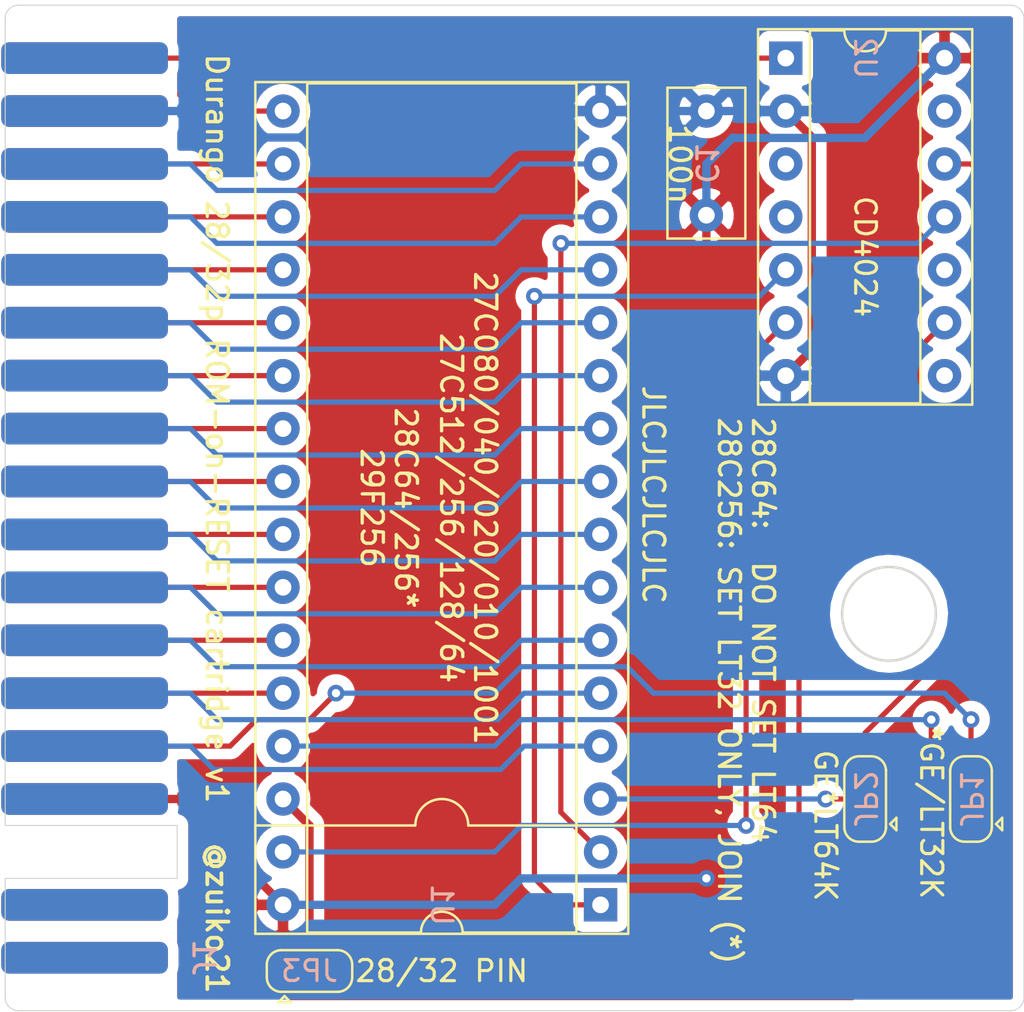
<source format=kicad_pcb>
(kicad_pcb (version 20171130) (host pcbnew "(5.1.2-1)-1")

  (general
    (thickness 1.6)
    (drawings 22)
    (tracks 167)
    (zones 0)
    (modules 7)
    (nets 37)
  )

  (page A4)
  (layers
    (0 F.Cu signal)
    (31 B.Cu signal)
    (32 B.Adhes user hide)
    (33 F.Adhes user hide)
    (34 B.Paste user)
    (35 F.Paste user)
    (36 B.SilkS user)
    (37 F.SilkS user)
    (38 B.Mask user)
    (39 F.Mask user)
    (40 Dwgs.User user hide)
    (41 Cmts.User user hide)
    (42 Eco1.User user hide)
    (43 Eco2.User user hide)
    (44 Edge.Cuts user)
    (45 Margin user hide)
    (46 B.CrtYd user hide)
    (47 F.CrtYd user hide)
    (48 B.Fab user hide)
    (49 F.Fab user hide)
  )

  (setup
    (last_trace_width 0.4)
    (user_trace_width 0.4)
    (trace_clearance 0.2)
    (zone_clearance 0.508)
    (zone_45_only no)
    (trace_min 0.2)
    (via_size 0.8)
    (via_drill 0.4)
    (via_min_size 0.4)
    (via_min_drill 0.3)
    (uvia_size 0.3)
    (uvia_drill 0.1)
    (uvias_allowed no)
    (uvia_min_size 0.2)
    (uvia_min_drill 0.1)
    (edge_width 0.05)
    (segment_width 0.2)
    (pcb_text_width 0.3)
    (pcb_text_size 1.5 1.5)
    (mod_edge_width 0.12)
    (mod_text_size 1 1)
    (mod_text_width 0.15)
    (pad_size 1.524 1.524)
    (pad_drill 0.762)
    (pad_to_mask_clearance 0.051)
    (solder_mask_min_width 0.25)
    (aux_axis_origin 0 0)
    (visible_elements FFFFFF7F)
    (pcbplotparams
      (layerselection 0x010fc_ffffffff)
      (usegerberextensions true)
      (usegerberattributes false)
      (usegerberadvancedattributes false)
      (creategerberjobfile false)
      (excludeedgelayer true)
      (linewidth 0.150000)
      (plotframeref false)
      (viasonmask false)
      (mode 1)
      (useauxorigin false)
      (hpglpennumber 1)
      (hpglpenspeed 20)
      (hpglpendiameter 15.000000)
      (psnegative false)
      (psa4output false)
      (plotreference true)
      (plotvalue true)
      (plotinvisibletext false)
      (padsonsilk false)
      (subtractmaskfromsilk true)
      (outputformat 1)
      (mirror false)
      (drillshape 0)
      (scaleselection 1)
      (outputdirectory "gerber/"))
  )

  (net 0 "")
  (net 1 GND)
  (net 2 /D3)
  (net 3 /D2)
  (net 4 /D4)
  (net 5 /D1)
  (net 6 /D5)
  (net 7 /D0)
  (net 8 /D6)
  (net 9 /A0)
  (net 10 /D7)
  (net 11 /A1)
  (net 12 /~CS)
  (net 13 /A2)
  (net 14 /A10)
  (net 15 /A3)
  (net 16 /~OE)
  (net 17 /A4)
  (net 18 /A11)
  (net 19 /A5)
  (net 20 /A9)
  (net 21 /A6)
  (net 22 /A8)
  (net 23 /A7)
  (net 24 /A13)
  (net 25 /A12)
  (net 26 /A14)
  (net 27 +5V)
  (net 28 /NEXT)
  (net 29 /P27)
  (net 30 /P01)
  (net 31 /ROM0)
  (net 32 /P28)
  (net 33 /ROM2)
  (net 34 /ROM3)
  (net 35 /ROM1)
  (net 36 /ROM4)

  (net_class Default "Esta es la clase de red por defecto."
    (clearance 0.2)
    (trace_width 0.25)
    (via_dia 0.8)
    (via_drill 0.4)
    (uvia_dia 0.3)
    (uvia_drill 0.1)
    (add_net /A0)
    (add_net /A1)
    (add_net /A10)
    (add_net /A11)
    (add_net /A12)
    (add_net /A13)
    (add_net /A14)
    (add_net /A2)
    (add_net /A3)
    (add_net /A4)
    (add_net /A5)
    (add_net /A6)
    (add_net /A7)
    (add_net /A8)
    (add_net /A9)
    (add_net /D0)
    (add_net /D1)
    (add_net /D2)
    (add_net /D3)
    (add_net /D4)
    (add_net /D5)
    (add_net /D6)
    (add_net /D7)
    (add_net /NEXT)
    (add_net /P01)
    (add_net /P27)
    (add_net /P28)
    (add_net /ROM0)
    (add_net /ROM1)
    (add_net /ROM2)
    (add_net /ROM3)
    (add_net /ROM4)
    (add_net /~CS)
    (add_net /~OE)
  )

  (net_class POWER ""
    (clearance 0.25)
    (trace_width 0.4)
    (via_dia 0.8)
    (via_drill 0.4)
    (uvia_dia 0.3)
    (uvia_drill 0.1)
    (add_net +5V)
    (add_net GND)
  )

  (module Package_DIP:DIP-14_W7.62mm_Socket (layer F.Cu) (tedit 5A02E8C5) (tstamp 62E987B8)
    (at 93.345 30.48)
    (descr "14-lead though-hole mounted DIP package, row spacing 7.62 mm (300 mils), Socket")
    (tags "THT DIP DIL PDIP 2.54mm 7.62mm 300mil Socket")
    (path /62ED43F9)
    (fp_text reference U2 (at 3.81 0 270 unlocked) (layer B.SilkS)
      (effects (font (size 1 1) (thickness 0.15)) (justify mirror))
    )
    (fp_text value CD4024 (at 3.81 9.525 270 unlocked) (layer F.SilkS)
      (effects (font (size 1 1) (thickness 0.15)))
    )
    (fp_text user %R (at 3.81 7.62) (layer F.Fab)
      (effects (font (size 1 1) (thickness 0.15)))
    )
    (fp_line (start 9.15 -1.6) (end -1.55 -1.6) (layer F.CrtYd) (width 0.05))
    (fp_line (start 9.15 16.85) (end 9.15 -1.6) (layer F.CrtYd) (width 0.05))
    (fp_line (start -1.55 16.85) (end 9.15 16.85) (layer F.CrtYd) (width 0.05))
    (fp_line (start -1.55 -1.6) (end -1.55 16.85) (layer F.CrtYd) (width 0.05))
    (fp_line (start 8.95 -1.39) (end -1.33 -1.39) (layer F.SilkS) (width 0.12))
    (fp_line (start 8.95 16.63) (end 8.95 -1.39) (layer F.SilkS) (width 0.12))
    (fp_line (start -1.33 16.63) (end 8.95 16.63) (layer F.SilkS) (width 0.12))
    (fp_line (start -1.33 -1.39) (end -1.33 16.63) (layer F.SilkS) (width 0.12))
    (fp_line (start 6.46 -1.33) (end 4.81 -1.33) (layer F.SilkS) (width 0.12))
    (fp_line (start 6.46 16.57) (end 6.46 -1.33) (layer F.SilkS) (width 0.12))
    (fp_line (start 1.16 16.57) (end 6.46 16.57) (layer F.SilkS) (width 0.12))
    (fp_line (start 1.16 -1.33) (end 1.16 16.57) (layer F.SilkS) (width 0.12))
    (fp_line (start 2.81 -1.33) (end 1.16 -1.33) (layer F.SilkS) (width 0.12))
    (fp_line (start 8.89 -1.33) (end -1.27 -1.33) (layer F.Fab) (width 0.1))
    (fp_line (start 8.89 16.57) (end 8.89 -1.33) (layer F.Fab) (width 0.1))
    (fp_line (start -1.27 16.57) (end 8.89 16.57) (layer F.Fab) (width 0.1))
    (fp_line (start -1.27 -1.33) (end -1.27 16.57) (layer F.Fab) (width 0.1))
    (fp_line (start 0.635 -0.27) (end 1.635 -1.27) (layer F.Fab) (width 0.1))
    (fp_line (start 0.635 16.51) (end 0.635 -0.27) (layer F.Fab) (width 0.1))
    (fp_line (start 6.985 16.51) (end 0.635 16.51) (layer F.Fab) (width 0.1))
    (fp_line (start 6.985 -1.27) (end 6.985 16.51) (layer F.Fab) (width 0.1))
    (fp_line (start 1.635 -1.27) (end 6.985 -1.27) (layer F.Fab) (width 0.1))
    (fp_arc (start 3.81 -1.33) (end 2.81 -1.33) (angle -180) (layer F.SilkS) (width 0.12))
    (pad 14 thru_hole oval (at 7.62 0) (size 1.6 1.6) (drill 0.8) (layers *.Cu *.Mask)
      (net 27 +5V))
    (pad 7 thru_hole oval (at 0 15.24) (size 1.6 1.6) (drill 0.8) (layers *.Cu *.Mask)
      (net 1 GND))
    (pad 13 thru_hole oval (at 7.62 2.54) (size 1.6 1.6) (drill 0.8) (layers *.Cu *.Mask))
    (pad 6 thru_hole oval (at 0 12.7) (size 1.6 1.6) (drill 0.8) (layers *.Cu *.Mask)
      (net 34 /ROM3))
    (pad 12 thru_hole oval (at 7.62 5.08) (size 1.6 1.6) (drill 0.8) (layers *.Cu *.Mask)
      (net 31 /ROM0))
    (pad 5 thru_hole oval (at 0 10.16) (size 1.6 1.6) (drill 0.8) (layers *.Cu *.Mask)
      (net 36 /ROM4))
    (pad 11 thru_hole oval (at 7.62 7.62) (size 1.6 1.6) (drill 0.8) (layers *.Cu *.Mask)
      (net 35 /ROM1))
    (pad 4 thru_hole oval (at 0 7.62) (size 1.6 1.6) (drill 0.8) (layers *.Cu *.Mask))
    (pad 10 thru_hole oval (at 7.62 10.16) (size 1.6 1.6) (drill 0.8) (layers *.Cu *.Mask))
    (pad 3 thru_hole oval (at 0 5.08) (size 1.6 1.6) (drill 0.8) (layers *.Cu *.Mask))
    (pad 9 thru_hole oval (at 7.62 12.7) (size 1.6 1.6) (drill 0.8) (layers *.Cu *.Mask)
      (net 33 /ROM2))
    (pad 2 thru_hole oval (at 0 2.54) (size 1.6 1.6) (drill 0.8) (layers *.Cu *.Mask)
      (net 1 GND))
    (pad 8 thru_hole oval (at 7.62 15.24) (size 1.6 1.6) (drill 0.8) (layers *.Cu *.Mask))
    (pad 1 thru_hole rect (at 0 0) (size 1.6 1.6) (drill 0.8) (layers *.Cu *.Mask)
      (net 28 /NEXT))
    (model ${KISYS3DMOD}/Package_DIP.3dshapes/DIP-14_W7.62mm_Socket.wrl
      (at (xyz 0 0 0))
      (scale (xyz 1 1 1))
      (rotate (xyz 0 0 0))
    )
  )

  (module Package_DIP:DIP-32_W15.24mm_Socket (layer F.Cu) (tedit 5A02E8C5) (tstamp 62E98798)
    (at 84.455 71.12 180)
    (descr "32-lead though-hole mounted DIP package, row spacing 15.24 mm (600 mils), Socket")
    (tags "THT DIP DIL PDIP 2.54mm 15.24mm 600mil Socket")
    (path /62E92963)
    (fp_text reference U1 (at 7.62 0 270 unlocked) (layer B.SilkS)
      (effects (font (size 1 1) (thickness 0.15)) (justify mirror))
    )
    (fp_text value 27C080 (at 7.62 40.43) (layer F.Fab)
      (effects (font (size 1 1) (thickness 0.15)))
    )
    (fp_text user %R (at 7.62 19.05) (layer F.Fab)
      (effects (font (size 1 1) (thickness 0.15)))
    )
    (fp_line (start 16.8 -1.6) (end -1.55 -1.6) (layer F.CrtYd) (width 0.05))
    (fp_line (start 16.8 39.7) (end 16.8 -1.6) (layer F.CrtYd) (width 0.05))
    (fp_line (start -1.55 39.7) (end 16.8 39.7) (layer F.CrtYd) (width 0.05))
    (fp_line (start -1.55 -1.6) (end -1.55 39.7) (layer F.CrtYd) (width 0.05))
    (fp_line (start 16.57 -1.39) (end -1.33 -1.39) (layer F.SilkS) (width 0.12))
    (fp_line (start 16.57 39.49) (end 16.57 -1.39) (layer F.SilkS) (width 0.12))
    (fp_line (start -1.33 39.49) (end 16.57 39.49) (layer F.SilkS) (width 0.12))
    (fp_line (start -1.33 -1.39) (end -1.33 39.49) (layer F.SilkS) (width 0.12))
    (fp_line (start 14.08 -1.33) (end 8.62 -1.33) (layer F.SilkS) (width 0.12))
    (fp_line (start 14.08 39.43) (end 14.08 -1.33) (layer F.SilkS) (width 0.12))
    (fp_line (start 1.16 39.43) (end 14.08 39.43) (layer F.SilkS) (width 0.12))
    (fp_line (start 1.16 -1.33) (end 1.16 39.43) (layer F.SilkS) (width 0.12))
    (fp_line (start 6.62 -1.33) (end 1.16 -1.33) (layer F.SilkS) (width 0.12))
    (fp_line (start 16.51 -1.33) (end -1.27 -1.33) (layer F.Fab) (width 0.1))
    (fp_line (start 16.51 39.43) (end 16.51 -1.33) (layer F.Fab) (width 0.1))
    (fp_line (start -1.27 39.43) (end 16.51 39.43) (layer F.Fab) (width 0.1))
    (fp_line (start -1.27 -1.33) (end -1.27 39.43) (layer F.Fab) (width 0.1))
    (fp_line (start 0.255 -0.27) (end 1.255 -1.27) (layer F.Fab) (width 0.1))
    (fp_line (start 0.255 39.37) (end 0.255 -0.27) (layer F.Fab) (width 0.1))
    (fp_line (start 14.985 39.37) (end 0.255 39.37) (layer F.Fab) (width 0.1))
    (fp_line (start 14.985 -1.27) (end 14.985 39.37) (layer F.Fab) (width 0.1))
    (fp_line (start 1.255 -1.27) (end 14.985 -1.27) (layer F.Fab) (width 0.1))
    (fp_arc (start 7.62 -1.33) (end 6.62 -1.33) (angle -180) (layer F.SilkS) (width 0.12))
    (pad 32 thru_hole oval (at 15.24 0 180) (size 1.6 1.6) (drill 0.8) (layers *.Cu *.Mask)
      (net 27 +5V))
    (pad 16 thru_hole oval (at 0 38.1 180) (size 1.6 1.6) (drill 0.8) (layers *.Cu *.Mask)
      (net 1 GND))
    (pad 31 thru_hole oval (at 15.24 2.54 180) (size 1.6 1.6) (drill 0.8) (layers *.Cu *.Mask)
      (net 34 /ROM3))
    (pad 15 thru_hole oval (at 0 35.56 180) (size 1.6 1.6) (drill 0.8) (layers *.Cu *.Mask)
      (net 3 /D2))
    (pad 30 thru_hole oval (at 15.24 5.08 180) (size 1.6 1.6) (drill 0.8) (layers *.Cu *.Mask)
      (net 32 /P28))
    (pad 14 thru_hole oval (at 0 33.02 180) (size 1.6 1.6) (drill 0.8) (layers *.Cu *.Mask)
      (net 5 /D1))
    (pad 29 thru_hole oval (at 15.24 7.62 180) (size 1.6 1.6) (drill 0.8) (layers *.Cu *.Mask)
      (net 29 /P27))
    (pad 13 thru_hole oval (at 0 30.48 180) (size 1.6 1.6) (drill 0.8) (layers *.Cu *.Mask)
      (net 7 /D0))
    (pad 28 thru_hole oval (at 15.24 10.16 180) (size 1.6 1.6) (drill 0.8) (layers *.Cu *.Mask)
      (net 24 /A13))
    (pad 12 thru_hole oval (at 0 27.94 180) (size 1.6 1.6) (drill 0.8) (layers *.Cu *.Mask)
      (net 9 /A0))
    (pad 27 thru_hole oval (at 15.24 12.7 180) (size 1.6 1.6) (drill 0.8) (layers *.Cu *.Mask)
      (net 22 /A8))
    (pad 11 thru_hole oval (at 0 25.4 180) (size 1.6 1.6) (drill 0.8) (layers *.Cu *.Mask)
      (net 11 /A1))
    (pad 26 thru_hole oval (at 15.24 15.24 180) (size 1.6 1.6) (drill 0.8) (layers *.Cu *.Mask)
      (net 20 /A9))
    (pad 10 thru_hole oval (at 0 22.86 180) (size 1.6 1.6) (drill 0.8) (layers *.Cu *.Mask)
      (net 13 /A2))
    (pad 25 thru_hole oval (at 15.24 17.78 180) (size 1.6 1.6) (drill 0.8) (layers *.Cu *.Mask)
      (net 18 /A11))
    (pad 9 thru_hole oval (at 0 20.32 180) (size 1.6 1.6) (drill 0.8) (layers *.Cu *.Mask)
      (net 15 /A3))
    (pad 24 thru_hole oval (at 15.24 20.32 180) (size 1.6 1.6) (drill 0.8) (layers *.Cu *.Mask)
      (net 16 /~OE))
    (pad 8 thru_hole oval (at 0 17.78 180) (size 1.6 1.6) (drill 0.8) (layers *.Cu *.Mask)
      (net 17 /A4))
    (pad 23 thru_hole oval (at 15.24 22.86 180) (size 1.6 1.6) (drill 0.8) (layers *.Cu *.Mask)
      (net 14 /A10))
    (pad 7 thru_hole oval (at 0 15.24 180) (size 1.6 1.6) (drill 0.8) (layers *.Cu *.Mask)
      (net 19 /A5))
    (pad 22 thru_hole oval (at 15.24 25.4 180) (size 1.6 1.6) (drill 0.8) (layers *.Cu *.Mask)
      (net 12 /~CS))
    (pad 6 thru_hole oval (at 0 12.7 180) (size 1.6 1.6) (drill 0.8) (layers *.Cu *.Mask)
      (net 21 /A6))
    (pad 21 thru_hole oval (at 15.24 27.94 180) (size 1.6 1.6) (drill 0.8) (layers *.Cu *.Mask)
      (net 10 /D7))
    (pad 5 thru_hole oval (at 0 10.16 180) (size 1.6 1.6) (drill 0.8) (layers *.Cu *.Mask)
      (net 23 /A7))
    (pad 20 thru_hole oval (at 15.24 30.48 180) (size 1.6 1.6) (drill 0.8) (layers *.Cu *.Mask)
      (net 8 /D6))
    (pad 4 thru_hole oval (at 0 7.62 180) (size 1.6 1.6) (drill 0.8) (layers *.Cu *.Mask)
      (net 25 /A12))
    (pad 19 thru_hole oval (at 15.24 33.02 180) (size 1.6 1.6) (drill 0.8) (layers *.Cu *.Mask)
      (net 6 /D5))
    (pad 3 thru_hole oval (at 0 5.08 180) (size 1.6 1.6) (drill 0.8) (layers *.Cu *.Mask)
      (net 30 /P01))
    (pad 18 thru_hole oval (at 15.24 35.56 180) (size 1.6 1.6) (drill 0.8) (layers *.Cu *.Mask)
      (net 4 /D4))
    (pad 2 thru_hole oval (at 0 2.54 180) (size 1.6 1.6) (drill 0.8) (layers *.Cu *.Mask)
      (net 35 /ROM1))
    (pad 17 thru_hole oval (at 15.24 38.1 180) (size 1.6 1.6) (drill 0.8) (layers *.Cu *.Mask)
      (net 2 /D3))
    (pad 1 thru_hole rect (at 0 0 180) (size 1.6 1.6) (drill 0.8) (layers *.Cu *.Mask)
      (net 36 /ROM4))
    (model ${KISYS3DMOD}/Package_DIP.3dshapes/DIP-32_W15.24mm_Socket.wrl
      (at (xyz 0 0 0))
      (scale (xyz 1 1 1))
      (rotate (xyz 0 0 0))
    )
  )

  (module Jumper:SolderJumper-3_P1.3mm_Open_RoundedPad1.0x1.5mm (layer F.Cu) (tedit 5B391EB7) (tstamp 62E9875C)
    (at 70.485 74.295)
    (descr "SMD Solder 3-pad Jumper, 1x1.5mm rounded Pads, 0.3mm gap, open")
    (tags "solder jumper open")
    (path /62ECCA57)
    (attr virtual)
    (fp_text reference JP3 (at 0 0) (layer B.SilkS)
      (effects (font (size 1 1) (thickness 0.15)) (justify mirror))
    )
    (fp_text value "28/32 PIN" (at 6.35 0) (layer F.SilkS)
      (effects (font (size 1.016 1.016) (thickness 0.15)))
    )
    (fp_arc (start -1.35 -0.3) (end -1.35 -1) (angle -90) (layer F.SilkS) (width 0.12))
    (fp_arc (start -1.35 0.3) (end -2.05 0.3) (angle -90) (layer F.SilkS) (width 0.12))
    (fp_arc (start 1.35 0.3) (end 1.35 1) (angle -90) (layer F.SilkS) (width 0.12))
    (fp_arc (start 1.35 -0.3) (end 2.05 -0.3) (angle -90) (layer F.SilkS) (width 0.12))
    (fp_line (start 2.3 1.25) (end -2.3 1.25) (layer F.CrtYd) (width 0.05))
    (fp_line (start 2.3 1.25) (end 2.3 -1.25) (layer F.CrtYd) (width 0.05))
    (fp_line (start -2.3 -1.25) (end -2.3 1.25) (layer F.CrtYd) (width 0.05))
    (fp_line (start -2.3 -1.25) (end 2.3 -1.25) (layer F.CrtYd) (width 0.05))
    (fp_line (start -1.4 -1) (end 1.4 -1) (layer F.SilkS) (width 0.12))
    (fp_line (start 2.05 -0.3) (end 2.05 0.3) (layer F.SilkS) (width 0.12))
    (fp_line (start 1.4 1) (end -1.4 1) (layer F.SilkS) (width 0.12))
    (fp_line (start -2.05 0.3) (end -2.05 -0.3) (layer F.SilkS) (width 0.12))
    (fp_line (start -1.2 1.2) (end -1.5 1.5) (layer F.SilkS) (width 0.12))
    (fp_line (start -1.5 1.5) (end -0.9 1.5) (layer F.SilkS) (width 0.12))
    (fp_line (start -1.2 1.2) (end -0.9 1.5) (layer F.SilkS) (width 0.12))
    (pad 2 smd rect (at 0 0) (size 1 1.5) (layers F.Cu F.Mask)
      (net 32 /P28))
    (pad 3 smd custom (at 1.3 0) (size 1 0.5) (layers F.Cu F.Mask)
      (net 33 /ROM2) (zone_connect 2)
      (options (clearance outline) (anchor rect))
      (primitives
        (gr_circle (center 0 0.25) (end 0.5 0.25) (width 0))
        (gr_circle (center 0 -0.25) (end 0.5 -0.25) (width 0))
        (gr_poly (pts
           (xy -0.55 -0.75) (xy 0 -0.75) (xy 0 0.75) (xy -0.55 0.75)) (width 0))
      ))
    (pad 1 smd custom (at -1.3 0) (size 1 0.5) (layers F.Cu F.Mask)
      (net 27 +5V) (zone_connect 2)
      (options (clearance outline) (anchor rect))
      (primitives
        (gr_circle (center 0 0.25) (end 0.5 0.25) (width 0))
        (gr_circle (center 0 -0.25) (end 0.5 -0.25) (width 0))
        (gr_poly (pts
           (xy 0.55 -0.75) (xy 0 -0.75) (xy 0 0.75) (xy 0.55 0.75)) (width 0))
      ))
  )

  (module Jumper:SolderJumper-3_P1.3mm_Open_RoundedPad1.0x1.5mm (layer F.Cu) (tedit 5B391EB7) (tstamp 62E968BB)
    (at 97.155 66.04 90)
    (descr "SMD Solder 3-pad Jumper, 1x1.5mm rounded Pads, 0.3mm gap, open")
    (tags "solder jumper open")
    (path /62F53B1B)
    (attr virtual)
    (fp_text reference JP2 (at 0 0 270 unlocked) (layer B.SilkS)
      (effects (font (size 1 1) (thickness 0.15)) (justify mirror))
    )
    (fp_text value GE*LT64K (at -1.27 -1.905 270 unlocked) (layer F.SilkS)
      (effects (font (size 1.016 1.016) (thickness 0.15)))
    )
    (fp_arc (start -1.35 -0.3) (end -1.35 -1) (angle -90) (layer F.SilkS) (width 0.12))
    (fp_arc (start -1.35 0.3) (end -2.05 0.3) (angle -90) (layer F.SilkS) (width 0.12))
    (fp_arc (start 1.35 0.3) (end 1.35 1) (angle -90) (layer F.SilkS) (width 0.12))
    (fp_arc (start 1.35 -0.3) (end 2.05 -0.3) (angle -90) (layer F.SilkS) (width 0.12))
    (fp_line (start 2.3 1.25) (end -2.3 1.25) (layer F.CrtYd) (width 0.05))
    (fp_line (start 2.3 1.25) (end 2.3 -1.25) (layer F.CrtYd) (width 0.05))
    (fp_line (start -2.3 -1.25) (end -2.3 1.25) (layer F.CrtYd) (width 0.05))
    (fp_line (start -2.3 -1.25) (end 2.3 -1.25) (layer F.CrtYd) (width 0.05))
    (fp_line (start -1.4 -1) (end 1.4 -1) (layer F.SilkS) (width 0.12))
    (fp_line (start 2.05 -0.3) (end 2.05 0.3) (layer F.SilkS) (width 0.12))
    (fp_line (start 1.4 1) (end -1.4 1) (layer F.SilkS) (width 0.12))
    (fp_line (start -2.05 0.3) (end -2.05 -0.3) (layer F.SilkS) (width 0.12))
    (fp_line (start -1.2 1.2) (end -1.5 1.5) (layer F.SilkS) (width 0.12))
    (fp_line (start -1.5 1.5) (end -0.9 1.5) (layer F.SilkS) (width 0.12))
    (fp_line (start -1.2 1.2) (end -0.9 1.5) (layer F.SilkS) (width 0.12))
    (pad 2 smd rect (at 0 0 90) (size 1 1.5) (layers F.Cu F.Mask)
      (net 30 /P01))
    (pad 3 smd custom (at 1.3 0 90) (size 1 0.5) (layers F.Cu F.Mask)
      (net 31 /ROM0) (zone_connect 2)
      (options (clearance outline) (anchor rect))
      (primitives
        (gr_circle (center 0 0.25) (end 0.5 0.25) (width 0))
        (gr_circle (center 0 -0.25) (end 0.5 -0.25) (width 0))
        (gr_poly (pts
           (xy -0.55 -0.75) (xy 0 -0.75) (xy 0 0.75) (xy -0.55 0.75)) (width 0))
      ))
    (pad 1 smd custom (at -1.3 0 90) (size 1 0.5) (layers F.Cu F.Mask)
      (net 27 +5V) (zone_connect 2)
      (options (clearance outline) (anchor rect))
      (primitives
        (gr_circle (center 0 0.25) (end 0.5 0.25) (width 0))
        (gr_circle (center 0 -0.25) (end 0.5 -0.25) (width 0))
        (gr_poly (pts
           (xy 0.55 -0.75) (xy 0 -0.75) (xy 0 0.75) (xy 0.55 0.75)) (width 0))
      ))
  )

  (module Jumper:SolderJumper-3_P1.3mm_Open_RoundedPad1.0x1.5mm (layer F.Cu) (tedit 5B391EB7) (tstamp 62E9A9AC)
    (at 102.235 66.04 90)
    (descr "SMD Solder 3-pad Jumper, 1x1.5mm rounded Pads, 0.3mm gap, open")
    (tags "solder jumper open")
    (path /62F2F42A)
    (attr virtual)
    (fp_text reference JP1 (at 0 0 270 unlocked) (layer B.SilkS)
      (effects (font (size 1 1) (thickness 0.15)) (justify mirror))
    )
    (fp_text value *GE/LT32K (at -0.635 -1.905 270 unlocked) (layer F.SilkS)
      (effects (font (size 1.016 1.016) (thickness 0.15)))
    )
    (fp_arc (start -1.35 -0.3) (end -1.35 -1) (angle -90) (layer F.SilkS) (width 0.12))
    (fp_arc (start -1.35 0.3) (end -2.05 0.3) (angle -90) (layer F.SilkS) (width 0.12))
    (fp_arc (start 1.35 0.3) (end 1.35 1) (angle -90) (layer F.SilkS) (width 0.12))
    (fp_arc (start 1.35 -0.3) (end 2.05 -0.3) (angle -90) (layer F.SilkS) (width 0.12))
    (fp_line (start 2.3 1.25) (end -2.3 1.25) (layer F.CrtYd) (width 0.05))
    (fp_line (start 2.3 1.25) (end 2.3 -1.25) (layer F.CrtYd) (width 0.05))
    (fp_line (start -2.3 -1.25) (end -2.3 1.25) (layer F.CrtYd) (width 0.05))
    (fp_line (start -2.3 -1.25) (end 2.3 -1.25) (layer F.CrtYd) (width 0.05))
    (fp_line (start -1.4 -1) (end 1.4 -1) (layer F.SilkS) (width 0.12))
    (fp_line (start 2.05 -0.3) (end 2.05 0.3) (layer F.SilkS) (width 0.12))
    (fp_line (start 1.4 1) (end -1.4 1) (layer F.SilkS) (width 0.12))
    (fp_line (start -2.05 0.3) (end -2.05 -0.3) (layer F.SilkS) (width 0.12))
    (fp_line (start -1.2 1.2) (end -1.5 1.5) (layer F.SilkS) (width 0.12))
    (fp_line (start -1.5 1.5) (end -0.9 1.5) (layer F.SilkS) (width 0.12))
    (fp_line (start -1.2 1.2) (end -0.9 1.5) (layer F.SilkS) (width 0.12))
    (pad 2 smd rect (at 0 0 90) (size 1 1.5) (layers F.Cu F.Mask)
      (net 29 /P27))
    (pad 3 smd custom (at 1.3 0 90) (size 1 0.5) (layers F.Cu F.Mask)
      (net 26 /A14) (zone_connect 2)
      (options (clearance outline) (anchor rect))
      (primitives
        (gr_circle (center 0 0.25) (end 0.5 0.25) (width 0))
        (gr_circle (center 0 -0.25) (end 0.5 -0.25) (width 0))
        (gr_poly (pts
           (xy -0.55 -0.75) (xy 0 -0.75) (xy 0 0.75) (xy -0.55 0.75)) (width 0))
      ))
    (pad 1 smd custom (at -1.3 0 90) (size 1 0.5) (layers F.Cu F.Mask)
      (net 27 +5V) (zone_connect 2)
      (options (clearance outline) (anchor rect))
      (primitives
        (gr_circle (center 0 0.25) (end 0.5 0.25) (width 0))
        (gr_circle (center 0 -0.25) (end 0.5 -0.25) (width 0))
        (gr_poly (pts
           (xy 0.55 -0.75) (xy 0 -0.75) (xy 0 0.75) (xy 0.55 0.75)) (width 0))
      ))
  )

  (module edge_conn:Durango_ROM (layer F.Cu) (tedit 628D613F) (tstamp 628DD49B)
    (at 55.88 27.94 270)
    (path /629256A2)
    (fp_text reference J1 (at 45.72 -9.525 270 unlocked) (layer B.SilkS)
      (effects (font (size 1.016 1.016) (thickness 0.16)) (justify mirror))
    )
    (fp_text value "EDGE CONNECTOR" (at 24.13 1.27 90) (layer F.Fab)
      (effects (font (size 1 1) (thickness 0.15)))
    )
    (fp_line (start 0 0) (end 48.26 0) (layer Dwgs.User) (width 0.12))
    (fp_line (start 48.26 0) (end 48.26 -8.89) (layer Dwgs.User) (width 0.12))
    (fp_line (start 0 -8.89) (end 0 0) (layer Dwgs.User) (width 0.12))
    (fp_poly (pts (xy 0 0) (xy 48.26 0) (xy 48.26 -7.62) (xy 0 -7.62)) (layer F.Mask) (width 0.1))
    (fp_poly (pts (xy 0 0) (xy 48.26 0) (xy 48.26 -7.62) (xy 0 -7.62)) (layer B.Mask) (width 0.1))
    (pad 1 smd roundrect (at 45.72 -3.81 270) (size 1.524 8) (layers F.Cu F.Paste F.Mask) (roundrect_rratio 0.25))
    (pad 2 smd roundrect (at 45.72 -3.81 270) (size 1.524 8) (layers B.Cu B.Paste B.Mask) (roundrect_rratio 0.25))
    (pad 3 smd roundrect (at 43.18 -3.81 270) (size 1.524 8) (layers F.Cu F.Paste F.Mask) (roundrect_rratio 0.25))
    (pad 7 smd roundrect (at 38.1 -3.81 270) (size 1.524 8) (layers F.Cu F.Paste F.Mask) (roundrect_rratio 0.25)
      (net 27 +5V))
    (pad 9 smd roundrect (at 35.56 -3.81 270) (size 1.524 8) (layers F.Cu F.Paste F.Mask) (roundrect_rratio 0.25)
      (net 26 /A14))
    (pad 11 smd roundrect (at 33.02 -3.81 270) (size 1.524 8) (layers F.Cu F.Paste F.Mask) (roundrect_rratio 0.25)
      (net 24 /A13))
    (pad 13 smd roundrect (at 30.48 -3.81 270) (size 1.524 8) (layers F.Cu F.Paste F.Mask) (roundrect_rratio 0.25)
      (net 22 /A8))
    (pad 15 smd roundrect (at 27.94 -3.81 270) (size 1.524 8) (layers F.Cu F.Paste F.Mask) (roundrect_rratio 0.25)
      (net 20 /A9))
    (pad 17 smd roundrect (at 25.4 -3.81 270) (size 1.524 8) (layers F.Cu F.Paste F.Mask) (roundrect_rratio 0.25)
      (net 18 /A11))
    (pad 19 smd roundrect (at 22.86 -3.81 270) (size 1.524 8) (layers F.Cu F.Paste F.Mask) (roundrect_rratio 0.25)
      (net 16 /~OE))
    (pad 21 smd roundrect (at 20.32 -3.81 270) (size 1.524 8) (layers F.Cu F.Paste F.Mask) (roundrect_rratio 0.25)
      (net 14 /A10))
    (pad 23 smd roundrect (at 17.78 -3.81 270) (size 1.524 8) (layers F.Cu F.Paste F.Mask) (roundrect_rratio 0.25)
      (net 12 /~CS))
    (pad 25 smd roundrect (at 15.24 -3.81 270) (size 1.524 8) (layers F.Cu F.Paste F.Mask) (roundrect_rratio 0.25)
      (net 10 /D7))
    (pad 27 smd roundrect (at 12.7 -3.81 270) (size 1.524 8) (layers F.Cu F.Paste F.Mask) (roundrect_rratio 0.25)
      (net 8 /D6))
    (pad 29 smd roundrect (at 10.16 -3.81 270) (size 1.524 8) (layers F.Cu F.Paste F.Mask) (roundrect_rratio 0.25)
      (net 6 /D5))
    (pad 31 smd roundrect (at 7.62 -3.81 270) (size 1.524 8) (layers F.Cu F.Paste F.Mask) (roundrect_rratio 0.25)
      (net 4 /D4))
    (pad 33 smd roundrect (at 5.08 -3.81 270) (size 1.524 8) (layers F.Cu F.Paste F.Mask) (roundrect_rratio 0.25)
      (net 2 /D3))
    (pad 35 smd roundrect (at 2.54 -3.81 270) (size 1.524 8) (layers F.Cu F.Paste F.Mask) (roundrect_rratio 0.25)
      (net 28 /NEXT))
    (pad 4 smd roundrect (at 43.18 -3.81 270) (size 1.524 8) (layers B.Cu B.Paste B.Mask) (roundrect_rratio 0.25))
    (pad 8 smd roundrect (at 38.1 -3.81 270) (size 1.524 8) (layers B.Cu B.Paste B.Mask) (roundrect_rratio 0.25))
    (pad 10 smd roundrect (at 35.56 -3.81 270) (size 1.524 8) (layers B.Cu B.Paste B.Mask) (roundrect_rratio 0.25)
      (net 25 /A12))
    (pad 12 smd roundrect (at 33.02 -3.81 270) (size 1.524 8) (layers B.Cu B.Paste B.Mask) (roundrect_rratio 0.25)
      (net 23 /A7))
    (pad 14 smd roundrect (at 30.48 -3.81 270) (size 1.524 8) (layers B.Cu B.Paste B.Mask) (roundrect_rratio 0.25)
      (net 21 /A6))
    (pad 16 smd roundrect (at 27.94 -3.81 270) (size 1.524 8) (layers B.Cu B.Paste B.Mask) (roundrect_rratio 0.25)
      (net 19 /A5))
    (pad 18 smd roundrect (at 25.4 -3.81 270) (size 1.524 8) (layers B.Cu B.Paste B.Mask) (roundrect_rratio 0.25)
      (net 17 /A4))
    (pad 20 smd roundrect (at 22.86 -3.81 270) (size 1.524 8) (layers B.Cu B.Paste B.Mask) (roundrect_rratio 0.25)
      (net 15 /A3))
    (pad 22 smd roundrect (at 20.32 -3.81 270) (size 1.524 8) (layers B.Cu B.Paste B.Mask) (roundrect_rratio 0.25)
      (net 13 /A2))
    (pad 24 smd roundrect (at 17.78 -3.81 270) (size 1.524 8) (layers B.Cu B.Paste B.Mask) (roundrect_rratio 0.25)
      (net 11 /A1))
    (pad 26 smd roundrect (at 15.24 -3.81 270) (size 1.524 8) (layers B.Cu B.Paste B.Mask) (roundrect_rratio 0.25)
      (net 9 /A0))
    (pad 28 smd roundrect (at 12.7 -3.81 270) (size 1.524 8) (layers B.Cu B.Paste B.Mask) (roundrect_rratio 0.25)
      (net 7 /D0))
    (pad 30 smd roundrect (at 10.16 -3.81 270) (size 1.524 8) (layers B.Cu B.Paste B.Mask) (roundrect_rratio 0.25)
      (net 5 /D1))
    (pad 32 smd roundrect (at 7.62 -3.81 270) (size 1.524 8) (layers B.Cu B.Paste B.Mask) (roundrect_rratio 0.25)
      (net 3 /D2))
    (pad 34 smd roundrect (at 5.08 -3.81 270) (size 1.524 8) (layers B.Cu B.Paste B.Mask) (roundrect_rratio 0.25)
      (net 1 GND))
    (pad 36 smd roundrect (at 2.54 -3.81 270) (size 1.524 8) (layers B.Cu B.Paste B.Mask) (roundrect_rratio 0.25))
  )

  (module Capacitor_THT:C_Rect_L7.0mm_W3.5mm_P5.00mm (layer F.Cu) (tedit 5AE50EF0) (tstamp 62575EBC)
    (at 89.535 33.02 270)
    (descr "C, Rect series, Radial, pin pitch=5.00mm, , length*width=7*3.5mm^2, Capacitor")
    (tags "C Rect series Radial pin pitch 5.00mm  length 7mm width 3.5mm Capacitor")
    (path /62636C82)
    (fp_text reference C1 (at 2.5 0 270 unlocked) (layer B.SilkS)
      (effects (font (size 1 1) (thickness 0.16)) (justify mirror))
    )
    (fp_text value 100n (at 2.54 1.27 270 unlocked) (layer F.SilkS)
      (effects (font (size 1.016 1.016) (thickness 0.16)))
    )
    (fp_text user %R (at 2.5 0 90) (layer F.Fab)
      (effects (font (size 1 1) (thickness 0.16)))
    )
    (fp_line (start 6.25 -2) (end -1.25 -2) (layer F.CrtYd) (width 0.05))
    (fp_line (start 6.25 2) (end 6.25 -2) (layer F.CrtYd) (width 0.05))
    (fp_line (start -1.25 2) (end 6.25 2) (layer F.CrtYd) (width 0.05))
    (fp_line (start -1.25 -2) (end -1.25 2) (layer F.CrtYd) (width 0.05))
    (fp_line (start 6.12 -1.87) (end 6.12 1.87) (layer F.SilkS) (width 0.12))
    (fp_line (start -1.12 -1.87) (end -1.12 1.87) (layer F.SilkS) (width 0.12))
    (fp_line (start -1.12 1.87) (end 6.12 1.87) (layer F.SilkS) (width 0.12))
    (fp_line (start -1.12 -1.87) (end 6.12 -1.87) (layer F.SilkS) (width 0.12))
    (fp_line (start 6 -1.75) (end -1 -1.75) (layer F.Fab) (width 0.1))
    (fp_line (start 6 1.75) (end 6 -1.75) (layer F.Fab) (width 0.1))
    (fp_line (start -1 1.75) (end 6 1.75) (layer F.Fab) (width 0.1))
    (fp_line (start -1 -1.75) (end -1 1.75) (layer F.Fab) (width 0.1))
    (pad 2 thru_hole circle (at 5 0 270) (size 1.6 1.6) (drill 0.8) (layers *.Cu *.Mask)
      (net 27 +5V))
    (pad 1 thru_hole circle (at 0 0 270) (size 1.6 1.6) (drill 0.8) (layers *.Cu *.Mask)
      (net 1 GND))
    (model ${KISYS3DMOD}/Capacitor_THT.3dshapes/C_Rect_L7.0mm_W3.5mm_P5.00mm.wrl
      (at (xyz 0 0 0))
      (scale (xyz 1 1 1))
      (rotate (xyz 0 0 0))
    )
  )

  (gr_text "28C64:  DO NOT SET LT64\n28C256: SET LT32 ONLY, JOIN (*)" (at 91.44 47.625 270) (layer F.SilkS) (tstamp 62E9A398)
    (effects (font (size 1.016 1.016) (thickness 0.16)) (justify left))
  )
  (gr_circle (center 98.298 57.15) (end 100.548 57.15) (layer Edge.Cuts) (width 0.12))
  (gr_line (start 78.105 67.31) (end 85.725 67.31) (layer F.SilkS) (width 0.12))
  (gr_line (start 75.565 67.31) (end 67.945 67.31) (layer F.SilkS) (width 0.12))
  (gr_arc (start 76.835 67.31) (end 78.105 67.31) (angle -180) (layer F.SilkS) (width 0.12))
  (gr_arc (start 104.14 75.565) (end 104.14 76.2) (angle -90) (layer Edge.Cuts) (width 0.05))
  (gr_arc (start 104.14 28.575) (end 104.775 28.575) (angle -90) (layer Edge.Cuts) (width 0.05))
  (gr_line (start 104.775 75.565) (end 104.775 28.575) (layer Edge.Cuts) (width 0.05) (tstamp 62E9AD4E))
  (gr_text "27C080/040/020/010/1001\n27C512/256/128/64" (at 78.105 52.07 270) (layer F.SilkS) (tstamp 62E9A49D)
    (effects (font (size 1.016 1.016) (thickness 0.16)))
  )
  (gr_arc (start 56.515 75.565) (end 55.88 75.565) (angle -90) (layer Edge.Cuts) (width 0.05))
  (gr_arc (start 56.515 28.575) (end 56.515 27.94) (angle -90) (layer Edge.Cuts) (width 0.05))
  (gr_line (start 56.515 27.94) (end 104.14 27.94) (layer Edge.Cuts) (width 0.05) (tstamp 62953C2D))
  (gr_line (start 55.88 67.31) (end 55.88 28.575) (layer Edge.Cuts) (width 0.05))
  (gr_line (start 64.135 67.31) (end 55.88 67.31) (layer Edge.Cuts) (width 0.05))
  (gr_line (start 64.135 69.85) (end 64.135 67.31) (layer Edge.Cuts) (width 0.05))
  (gr_line (start 55.88 69.85) (end 64.135 69.85) (layer Edge.Cuts) (width 0.05))
  (gr_line (start 55.88 75.565) (end 55.88 69.85) (layer Edge.Cuts) (width 0.05))
  (gr_line (start 104.14 76.2) (end 56.515 76.2) (layer Edge.Cuts) (width 0.05))
  (gr_text "28C64/256*\n29F256" (at 74.295 52.07 270) (layer F.SilkS)
    (effects (font (size 1.016 1.016) (thickness 0.16)))
  )
  (gr_text JLCJLCJLCJLC (at 86.995 51.435 270) (layer F.SilkS)
    (effects (font (size 1.016 1.016) (thickness 0.1575)))
  )
  (gr_text @zuiko21 (at 66.04 71.755 270) (layer F.SilkS) (tstamp 628DEEC5)
    (effects (font (size 1.016 1.016) (thickness 0.18)))
  )
  (gr_text "Durango 28/32p ROM-on-RESET cartridge v1" (at 66.04 48.26 270) (layer F.SilkS) (tstamp 62E9ACD1)
    (effects (font (size 1.016 1.016) (thickness 0.16)))
  )

  (segment (start 64.77 33.02) (end 59.69 33.02) (width 0.4) (layer B.Cu) (net 1))
  (segment (start 66.04 34.29) (end 64.77 33.02) (width 0.4) (layer B.Cu) (net 1))
  (segment (start 79.375 34.29) (end 66.04 34.29) (width 0.4) (layer B.Cu) (net 1))
  (segment (start 80.645 33.02) (end 79.375 34.29) (width 0.4) (layer B.Cu) (net 1))
  (segment (start 84.455 33.02) (end 80.645 33.02) (width 0.4) (layer B.Cu) (net 1))
  (segment (start 84.455 33.02) (end 89.535 33.02) (width 0.4) (layer B.Cu) (net 1))
  (segment (start 89.535 33.02) (end 93.345 33.02) (width 0.4) (layer B.Cu) (net 1))
  (segment (start 94.144999 44.920001) (end 93.345 45.72) (width 0.4) (layer F.Cu) (net 1))
  (segment (start 94.595001 44.469999) (end 94.144999 44.920001) (width 0.4) (layer F.Cu) (net 1))
  (segment (start 94.595001 34.270001) (end 94.595001 44.469999) (width 0.4) (layer F.Cu) (net 1))
  (segment (start 93.345 33.02) (end 94.595001 34.270001) (width 0.4) (layer F.Cu) (net 1))
  (segment (start 69.215 33.02) (end 59.69 33.02) (width 0.25) (layer F.Cu) (net 2))
  (segment (start 64.77 35.56) (end 59.69 35.56) (width 0.25) (layer B.Cu) (net 3))
  (segment (start 66.04 36.83) (end 64.77 35.56) (width 0.25) (layer B.Cu) (net 3))
  (segment (start 79.375 36.83) (end 66.04 36.83) (width 0.25) (layer B.Cu) (net 3))
  (segment (start 80.645 35.56) (end 79.375 36.83) (width 0.25) (layer B.Cu) (net 3))
  (segment (start 84.455 35.56) (end 80.645 35.56) (width 0.25) (layer B.Cu) (net 3))
  (segment (start 69.215 35.56) (end 59.69 35.56) (width 0.25) (layer F.Cu) (net 4))
  (segment (start 79.375 39.37) (end 66.04 39.37) (width 0.25) (layer B.Cu) (net 5))
  (segment (start 64.77 38.1) (end 59.69 38.1) (width 0.25) (layer B.Cu) (net 5))
  (segment (start 66.04 39.37) (end 64.77 38.1) (width 0.25) (layer B.Cu) (net 5))
  (segment (start 80.645 38.1) (end 79.375 39.37) (width 0.25) (layer B.Cu) (net 5))
  (segment (start 84.455 38.1) (end 80.645 38.1) (width 0.25) (layer B.Cu) (net 5))
  (segment (start 69.215 38.1) (end 59.69 38.1) (width 0.25) (layer F.Cu) (net 6))
  (segment (start 64.77 40.64) (end 59.69 40.64) (width 0.25) (layer B.Cu) (net 7))
  (segment (start 66.04 41.91) (end 64.77 40.64) (width 0.25) (layer B.Cu) (net 7))
  (segment (start 79.375 41.91) (end 66.04 41.91) (width 0.25) (layer B.Cu) (net 7))
  (segment (start 80.645 40.64) (end 79.375 41.91) (width 0.25) (layer B.Cu) (net 7))
  (segment (start 84.455 40.64) (end 80.645 40.64) (width 0.25) (layer B.Cu) (net 7))
  (segment (start 69.215 40.64) (end 59.69 40.64) (width 0.25) (layer F.Cu) (net 8))
  (segment (start 64.77 43.18) (end 59.69 43.18) (width 0.25) (layer B.Cu) (net 9))
  (segment (start 66.04 44.45) (end 64.77 43.18) (width 0.25) (layer B.Cu) (net 9))
  (segment (start 79.375 44.45) (end 66.04 44.45) (width 0.25) (layer B.Cu) (net 9))
  (segment (start 80.645 43.18) (end 79.375 44.45) (width 0.25) (layer B.Cu) (net 9))
  (segment (start 84.455 43.18) (end 80.645 43.18) (width 0.25) (layer B.Cu) (net 9))
  (segment (start 69.215 43.18) (end 59.69 43.18) (width 0.25) (layer F.Cu) (net 10))
  (segment (start 64.77 45.72) (end 59.69 45.72) (width 0.25) (layer B.Cu) (net 11))
  (segment (start 66.04 46.99) (end 64.77 45.72) (width 0.25) (layer B.Cu) (net 11))
  (segment (start 79.375 46.99) (end 66.04 46.99) (width 0.25) (layer B.Cu) (net 11))
  (segment (start 80.645 45.72) (end 79.375 46.99) (width 0.25) (layer B.Cu) (net 11))
  (segment (start 84.455 45.72) (end 80.645 45.72) (width 0.25) (layer B.Cu) (net 11))
  (segment (start 69.215 45.72) (end 59.69 45.72) (width 0.25) (layer F.Cu) (net 12))
  (segment (start 64.77 48.26) (end 59.69 48.26) (width 0.25) (layer B.Cu) (net 13))
  (segment (start 66.04 49.53) (end 64.77 48.26) (width 0.25) (layer B.Cu) (net 13))
  (segment (start 79.375 49.53) (end 66.04 49.53) (width 0.25) (layer B.Cu) (net 13))
  (segment (start 80.645 48.26) (end 79.375 49.53) (width 0.25) (layer B.Cu) (net 13))
  (segment (start 84.455 48.26) (end 80.645 48.26) (width 0.25) (layer B.Cu) (net 13))
  (segment (start 69.215 48.26) (end 59.69 48.26) (width 0.25) (layer F.Cu) (net 14))
  (segment (start 64.77 50.8) (end 59.69 50.8) (width 0.25) (layer B.Cu) (net 15))
  (segment (start 66.04 52.07) (end 64.77 50.8) (width 0.25) (layer B.Cu) (net 15))
  (segment (start 79.375 52.07) (end 66.04 52.07) (width 0.25) (layer B.Cu) (net 15))
  (segment (start 80.645 50.8) (end 79.375 52.07) (width 0.25) (layer B.Cu) (net 15))
  (segment (start 84.455 50.8) (end 80.645 50.8) (width 0.25) (layer B.Cu) (net 15))
  (segment (start 69.215 50.8) (end 59.69 50.8) (width 0.25) (layer F.Cu) (net 16))
  (segment (start 64.77 53.34) (end 59.69 53.34) (width 0.25) (layer B.Cu) (net 17))
  (segment (start 66.04 54.61) (end 64.77 53.34) (width 0.25) (layer B.Cu) (net 17))
  (segment (start 79.375 54.61) (end 66.04 54.61) (width 0.25) (layer B.Cu) (net 17))
  (segment (start 80.645 53.34) (end 79.375 54.61) (width 0.25) (layer B.Cu) (net 17))
  (segment (start 84.455 53.34) (end 80.645 53.34) (width 0.25) (layer B.Cu) (net 17))
  (segment (start 69.215 53.34) (end 59.69 53.34) (width 0.25) (layer F.Cu) (net 18))
  (segment (start 66.04 57.15) (end 64.77 55.88) (width 0.25) (layer B.Cu) (net 19))
  (segment (start 79.375 57.15) (end 66.04 57.15) (width 0.25) (layer B.Cu) (net 19))
  (segment (start 80.645 55.88) (end 79.375 57.15) (width 0.25) (layer B.Cu) (net 19))
  (segment (start 64.77 55.88) (end 59.69 55.88) (width 0.25) (layer B.Cu) (net 19))
  (segment (start 84.455 55.88) (end 80.645 55.88) (width 0.25) (layer B.Cu) (net 19))
  (segment (start 69.215 55.88) (end 59.69 55.88) (width 0.25) (layer F.Cu) (net 20))
  (segment (start 66.04 59.69) (end 64.77 58.42) (width 0.25) (layer B.Cu) (net 21))
  (segment (start 79.375 59.69) (end 66.04 59.69) (width 0.25) (layer B.Cu) (net 21))
  (segment (start 64.77 58.42) (end 59.69 58.42) (width 0.25) (layer B.Cu) (net 21))
  (segment (start 80.645 58.42) (end 79.375 59.69) (width 0.25) (layer B.Cu) (net 21))
  (segment (start 84.455 58.42) (end 80.645 58.42) (width 0.25) (layer B.Cu) (net 21))
  (segment (start 69.215 58.42) (end 59.69 58.42) (width 0.25) (layer F.Cu) (net 22))
  (segment (start 64.77 60.96) (end 59.69 60.96) (width 0.25) (layer B.Cu) (net 23))
  (segment (start 66.04 62.23) (end 64.77 60.96) (width 0.25) (layer B.Cu) (net 23))
  (segment (start 79.51363 62.23) (end 66.04 62.23) (width 0.25) (layer B.Cu) (net 23))
  (segment (start 80.78363 60.96) (end 79.51363 62.23) (width 0.25) (layer B.Cu) (net 23))
  (segment (start 84.455 60.96) (end 80.78363 60.96) (width 0.25) (layer B.Cu) (net 23))
  (segment (start 69.215 60.96) (end 59.69 60.96) (width 0.25) (layer F.Cu) (net 24))
  (segment (start 64.77 63.5) (end 59.69 63.5) (width 0.25) (layer B.Cu) (net 25))
  (segment (start 65.895001 64.625001) (end 64.77 63.5) (width 0.25) (layer B.Cu) (net 25))
  (segment (start 79.658629 64.625001) (end 65.895001 64.625001) (width 0.25) (layer B.Cu) (net 25))
  (segment (start 80.78363 63.5) (end 79.658629 64.625001) (width 0.25) (layer B.Cu) (net 25))
  (segment (start 84.455 63.5) (end 80.78363 63.5) (width 0.25) (layer B.Cu) (net 25))
  (segment (start 59.69 63.5) (end 64.77 63.5) (width 0.25) (layer F.Cu) (net 26))
  (segment (start 102.235 64.74) (end 102.235 62.23) (width 0.25) (layer F.Cu) (net 26))
  (via (at 102.235 62.23) (size 0.8) (drill 0.4) (layers F.Cu B.Cu) (net 26))
  (segment (start 64.77 63.5) (end 66.675 63.5) (width 0.25) (layer F.Cu) (net 26))
  (segment (start 66.675 63.5) (end 67.945 62.23) (width 0.25) (layer F.Cu) (net 26))
  (segment (start 67.945 62.23) (end 70.485 62.23) (width 0.25) (layer F.Cu) (net 26))
  (segment (start 70.485 62.23) (end 71.755 60.96) (width 0.25) (layer F.Cu) (net 26))
  (segment (start 71.755 60.96) (end 71.755 60.96) (width 0.25) (layer F.Cu) (net 26) (tstamp 62E96C7E))
  (via (at 71.755 60.96) (size 0.8) (drill 0.4) (layers F.Cu B.Cu) (net 26))
  (segment (start 71.755 60.96) (end 79.375 60.96) (width 0.25) (layer B.Cu) (net 26))
  (segment (start 79.375 60.96) (end 80.645 59.69) (width 0.25) (layer B.Cu) (net 26))
  (segment (start 80.645 59.69) (end 85.725 59.69) (width 0.25) (layer B.Cu) (net 26))
  (segment (start 85.725 59.69) (end 86.995 60.96) (width 0.25) (layer B.Cu) (net 26))
  (segment (start 86.995 60.96) (end 100.965 60.96) (width 0.25) (layer B.Cu) (net 26))
  (segment (start 100.965 60.96) (end 102.235 62.23) (width 0.25) (layer B.Cu) (net 26))
  (segment (start 69.215 70.839949) (end 69.40505 71.029999) (width 0.25) (layer B.Cu) (net 27))
  (segment (start 59.69 66.04) (end 66.675 66.04) (width 0.4) (layer F.Cu) (net 27))
  (segment (start 66.675 66.04) (end 67.31 66.675) (width 0.4) (layer F.Cu) (net 27))
  (segment (start 67.31 66.675) (end 67.31 69.215) (width 0.4) (layer F.Cu) (net 27))
  (segment (start 67.31 69.215) (end 69.215 71.12) (width 0.4) (layer F.Cu) (net 27))
  (segment (start 69.215 74.265) (end 69.185 74.295) (width 0.4) (layer F.Cu) (net 27))
  (segment (start 69.215 71.12) (end 69.215 74.265) (width 0.4) (layer F.Cu) (net 27))
  (segment (start 89.535 38.02) (end 89.535 35.56) (width 0.4) (layer B.Cu) (net 27))
  (segment (start 89.535 35.56) (end 90.805 34.29) (width 0.4) (layer B.Cu) (net 27))
  (segment (start 100.165001 31.279999) (end 100.965 30.48) (width 0.4) (layer B.Cu) (net 27))
  (segment (start 97.135001 34.309999) (end 100.165001 31.279999) (width 0.4) (layer B.Cu) (net 27))
  (segment (start 90.824999 34.309999) (end 97.135001 34.309999) (width 0.4) (layer B.Cu) (net 27))
  (segment (start 90.805 34.29) (end 90.824999 34.309999) (width 0.4) (layer B.Cu) (net 27))
  (segment (start 97.155 67.34) (end 102.235 67.34) (width 0.4) (layer F.Cu) (net 27))
  (segment (start 97.155 74.93) (end 97.155 67.34) (width 0.4) (layer F.Cu) (net 27))
  (segment (start 69.537418 75.49501) (end 96.52 75.49501) (width 0.4) (layer F.Cu) (net 27))
  (segment (start 69.185 75.142592) (end 69.537418 75.49501) (width 0.4) (layer F.Cu) (net 27))
  (segment (start 96.52 75.49501) (end 97.155 74.93) (width 0.4) (layer F.Cu) (net 27))
  (segment (start 69.185 74.295) (end 69.185 75.142592) (width 0.4) (layer F.Cu) (net 27))
  (segment (start 69.215 71.12) (end 79.375 71.12) (width 0.4) (layer B.Cu) (net 27))
  (segment (start 79.375 71.12) (end 80.645 69.85) (width 0.4) (layer B.Cu) (net 27))
  (via (at 89.535 69.85) (size 0.8) (drill 0.4) (layers F.Cu B.Cu) (net 27))
  (segment (start 80.645 69.85) (end 89.535 69.85) (width 0.4) (layer B.Cu) (net 27))
  (segment (start 89.535 69.85) (end 89.535 38.02) (width 0.4) (layer F.Cu) (net 27))
  (segment (start 59.69 30.48) (end 93.345 30.48) (width 0.25) (layer F.Cu) (net 28))
  (segment (start 69.215 64.135) (end 68.58 63.5) (width 0.25) (layer F.Cu) (net 29))
  (segment (start 69.215 63.5) (end 79.375 63.5) (width 0.25) (layer B.Cu) (net 29))
  (segment (start 79.375 63.5) (end 80.645 62.23) (width 0.25) (layer B.Cu) (net 29))
  (via (at 100.33 62.23) (size 0.8) (drill 0.4) (layers F.Cu B.Cu) (net 29) (tstamp 62E9685F))
  (segment (start 101.235 66.04) (end 102.235 66.04) (width 0.25) (layer F.Cu) (net 29) (tstamp 62E96859))
  (segment (start 100.33 65.135) (end 101.235 66.04) (width 0.25) (layer F.Cu) (net 29) (tstamp 62E96856))
  (segment (start 100.33 62.23) (end 100.33 65.135) (width 0.25) (layer F.Cu) (net 29) (tstamp 62E96853))
  (segment (start 80.645 62.23) (end 100.33 62.23) (width 0.25) (layer B.Cu) (net 29))
  (segment (start 97.155 66.04) (end 95.25 66.04) (width 0.25) (layer F.Cu) (net 30))
  (segment (start 95.25 66.04) (end 95.25 66.04) (width 0.25) (layer F.Cu) (net 30) (tstamp 62E96BD2))
  (via (at 95.25 66.04) (size 0.8) (drill 0.4) (layers F.Cu B.Cu) (net 30))
  (segment (start 95.25 66.04) (end 84.455 66.04) (width 0.25) (layer B.Cu) (net 30))
  (segment (start 100.965 35.56) (end 102.235 35.56) (width 0.25) (layer F.Cu) (net 31))
  (segment (start 102.235 35.56) (end 102.87 36.195) (width 0.25) (layer F.Cu) (net 31))
  (segment (start 102.87 36.195) (end 102.87 57.15) (width 0.25) (layer F.Cu) (net 31))
  (segment (start 102.87 57.15) (end 97.155 62.865) (width 0.25) (layer F.Cu) (net 31))
  (segment (start 97.155 62.865) (end 97.155 64.74) (width 0.25) (layer F.Cu) (net 31))
  (segment (start 70.485 67.31) (end 69.215 66.04) (width 0.4) (layer F.Cu) (net 32))
  (segment (start 70.485 74.295) (end 70.485 67.31) (width 0.4) (layer F.Cu) (net 32))
  (segment (start 99.695 44.45) (end 100.965 43.18) (width 0.25) (layer F.Cu) (net 33))
  (segment (start 99.695 51.435) (end 99.695 44.45) (width 0.25) (layer F.Cu) (net 33))
  (segment (start 93.98 73.025) (end 93.98 57.15) (width 0.25) (layer F.Cu) (net 33))
  (segment (start 92.71 74.295) (end 93.98 73.025) (width 0.25) (layer F.Cu) (net 33))
  (segment (start 93.98 57.15) (end 99.695 51.435) (width 0.25) (layer F.Cu) (net 33))
  (segment (start 71.785 74.295) (end 92.71 74.295) (width 0.25) (layer F.Cu) (net 33))
  (segment (start 92.545001 43.979999) (end 93.345 43.18) (width 0.25) (layer F.Cu) (net 34))
  (segment (start 91.44 45.085) (end 92.545001 43.979999) (width 0.25) (layer F.Cu) (net 34))
  (segment (start 91.44 67.31) (end 91.44 45.085) (width 0.25) (layer F.Cu) (net 34))
  (segment (start 79.375 68.58) (end 69.215 68.58) (width 0.25) (layer B.Cu) (net 34))
  (segment (start 80.645 67.31) (end 79.375 68.58) (width 0.25) (layer B.Cu) (net 34))
  (segment (start 91.44 67.31) (end 80.645 67.31) (width 0.25) (layer B.Cu) (net 34))
  (via (at 91.44 67.31) (size 0.8) (drill 0.4) (layers F.Cu B.Cu) (net 34))
  (segment (start 84.455 68.58) (end 83.655001 67.780001) (width 0.25) (layer F.Cu) (net 35))
  (via (at 82.55 39.37) (size 0.8) (drill 0.4) (layers F.Cu B.Cu) (net 35))
  (segment (start 82.55 66.675) (end 82.55 39.37) (width 0.25) (layer F.Cu) (net 35))
  (segment (start 83.655001 67.780001) (end 82.55 66.675) (width 0.25) (layer F.Cu) (net 35))
  (segment (start 82.55 39.37) (end 99.695 39.37) (width 0.25) (layer B.Cu) (net 35))
  (segment (start 99.695 39.37) (end 100.965 38.1) (width 0.25) (layer B.Cu) (net 35))
  (segment (start 82.55 71.12) (end 81.28 69.85) (width 0.25) (layer F.Cu) (net 36))
  (segment (start 84.455 71.12) (end 82.55 71.12) (width 0.25) (layer F.Cu) (net 36))
  (via (at 81.28 41.91) (size 0.8) (drill 0.4) (layers F.Cu B.Cu) (net 36))
  (segment (start 81.28 69.85) (end 81.28 41.91) (width 0.25) (layer F.Cu) (net 36))
  (segment (start 81.28 41.91) (end 92.075 41.91) (width 0.25) (layer B.Cu) (net 36))
  (segment (start 92.075 41.91) (end 93.345 40.64) (width 0.25) (layer B.Cu) (net 36))

  (zone (net 27) (net_name +5V) (layer F.Cu) (tstamp 0) (hatch edge 0.508)
    (connect_pads (clearance 0.508))
    (min_thickness 0.254)
    (fill yes (arc_segments 32) (thermal_gap 0.508) (thermal_bridge_width 0.508))
    (polygon
      (pts
        (xy 64.135 27.94) (xy 64.135 76.2) (xy 104.775 76.2) (xy 104.775 27.94)
      )
    )
    (filled_polygon
      (pts
        (xy 67.773057 63.5) (xy 67.800764 63.781309) (xy 67.882818 64.051808) (xy 68.016068 64.301101) (xy 68.195392 64.519608)
        (xy 68.413899 64.698932) (xy 68.546858 64.77) (xy 68.413899 64.841068) (xy 68.195392 65.020392) (xy 68.016068 65.238899)
        (xy 67.882818 65.488192) (xy 67.800764 65.758691) (xy 67.773057 66.04) (xy 67.800764 66.321309) (xy 67.882818 66.591808)
        (xy 68.016068 66.841101) (xy 68.195392 67.059608) (xy 68.413899 67.238932) (xy 68.546858 67.31) (xy 68.413899 67.381068)
        (xy 68.195392 67.560392) (xy 68.016068 67.778899) (xy 67.882818 68.028192) (xy 67.800764 68.298691) (xy 67.773057 68.58)
        (xy 67.800764 68.861309) (xy 67.882818 69.131808) (xy 68.016068 69.381101) (xy 68.195392 69.599608) (xy 68.413899 69.778932)
        (xy 68.551682 69.852579) (xy 68.359869 69.967615) (xy 68.151481 70.156586) (xy 67.983963 70.38258) (xy 67.863754 70.636913)
        (xy 67.823096 70.770961) (xy 67.945085 70.993) (xy 69.088 70.993) (xy 69.088 70.973) (xy 69.342 70.973)
        (xy 69.342 70.993) (xy 69.362 70.993) (xy 69.362 71.247) (xy 69.342 71.247) (xy 69.342 72.390624)
        (xy 69.56404 72.511909) (xy 69.65 72.481127) (xy 69.65 73.004043) (xy 69.630506 73.014463) (xy 69.533815 73.093815)
        (xy 69.454463 73.190506) (xy 69.395498 73.30082) (xy 69.359188 73.420518) (xy 69.346928 73.545) (xy 69.346928 75.045)
        (xy 69.359188 75.169482) (xy 69.395498 75.28918) (xy 69.454463 75.399494) (xy 69.533815 75.496185) (xy 69.587204 75.54)
        (xy 64.262 75.54) (xy 64.262 74.393072) (xy 64.308491 74.239811) (xy 64.328072 74.041) (xy 64.328072 73.279)
        (xy 64.308491 73.080189) (xy 64.262 72.926928) (xy 64.262 71.853072) (xy 64.308491 71.699811) (xy 64.328072 71.501)
        (xy 64.328072 71.469039) (xy 67.823096 71.469039) (xy 67.863754 71.603087) (xy 67.983963 71.85742) (xy 68.151481 72.083414)
        (xy 68.359869 72.272385) (xy 68.601119 72.41707) (xy 68.86596 72.511909) (xy 69.088 72.390624) (xy 69.088 71.247)
        (xy 67.945085 71.247) (xy 67.823096 71.469039) (xy 64.328072 71.469039) (xy 64.328072 70.739) (xy 64.308491 70.540189)
        (xy 64.293735 70.491546) (xy 64.388793 70.46271) (xy 64.50345 70.401425) (xy 64.603948 70.318948) (xy 64.686425 70.21845)
        (xy 64.74771 70.103793) (xy 64.78545 69.979383) (xy 64.798193 69.85) (xy 64.795 69.817581) (xy 64.795 67.342419)
        (xy 64.798193 67.31) (xy 64.78545 67.180617) (xy 64.74771 67.056207) (xy 64.686425 66.94155) (xy 64.603948 66.841052)
        (xy 64.50345 66.758575) (xy 64.388793 66.69729) (xy 64.327276 66.678629) (xy 64.325 66.32575) (xy 64.262 66.26275)
        (xy 64.262 65.81725) (xy 64.325 65.75425) (xy 64.328072 65.278) (xy 64.315812 65.153518) (xy 64.279502 65.03382)
        (xy 64.262 65.001077) (xy 64.262 64.26) (xy 66.637678 64.26) (xy 66.675 64.263676) (xy 66.712322 64.26)
        (xy 66.712333 64.26) (xy 66.823986 64.249003) (xy 66.967247 64.205546) (xy 67.099276 64.134974) (xy 67.215001 64.040001)
        (xy 67.238804 64.010997) (xy 67.775598 63.474204)
      )
    )
    (filled_polygon
      (pts
        (xy 104.114513 28.600666) (xy 104.115001 28.60531) (xy 104.115 75.532725) (xy 104.114335 75.539513) (xy 104.109699 75.54)
        (xy 72.331223 75.54) (xy 72.375192 75.516498) (xy 72.456691 75.462042) (xy 72.553382 75.38269) (xy 72.62269 75.313382)
        (xy 72.702042 75.216691) (xy 72.756498 75.135192) (xy 72.799362 75.055) (xy 92.672678 75.055) (xy 92.71 75.058676)
        (xy 92.747322 75.055) (xy 92.747333 75.055) (xy 92.858986 75.044003) (xy 93.002247 75.000546) (xy 93.134276 74.929974)
        (xy 93.250001 74.835001) (xy 93.273804 74.805997) (xy 94.491004 73.588798) (xy 94.520001 73.565001) (xy 94.614974 73.449276)
        (xy 94.685546 73.317247) (xy 94.729003 73.173986) (xy 94.74 73.062333) (xy 94.74 73.062324) (xy 94.743676 73.025001)
        (xy 94.74 72.987678) (xy 94.74 66.944013) (xy 94.759744 66.957205) (xy 94.948102 67.035226) (xy 95.148061 67.075)
        (xy 95.351939 67.075) (xy 95.551898 67.035226) (xy 95.740256 66.957205) (xy 95.863844 66.874627) (xy 95.874463 66.894494)
        (xy 95.953815 66.991185) (xy 96.050506 67.070537) (xy 96.16082 67.129502) (xy 96.280518 67.165812) (xy 96.405 67.178072)
        (xy 97.905 67.178072) (xy 98.029482 67.165812) (xy 98.14918 67.129502) (xy 98.259494 67.070537) (xy 98.356185 66.991185)
        (xy 98.435537 66.894494) (xy 98.494502 66.78418) (xy 98.530812 66.664482) (xy 98.543072 66.54) (xy 98.543072 65.54)
        (xy 98.530812 65.415518) (xy 98.530655 65.415) (xy 98.530812 65.414482) (xy 98.543072 65.29) (xy 98.543072 64.74)
        (xy 98.540664 64.71555) (xy 98.540664 64.690991) (xy 98.528404 64.56651) (xy 98.509282 64.470377) (xy 98.472973 64.350681)
        (xy 98.435464 64.260125) (xy 98.376498 64.149808) (xy 98.322042 64.068309) (xy 98.24269 63.971618) (xy 98.173382 63.90231)
        (xy 98.076691 63.822958) (xy 97.995192 63.768502) (xy 97.915 63.725638) (xy 97.915 63.179801) (xy 98.96674 62.128061)
        (xy 99.295 62.128061) (xy 99.295 62.331939) (xy 99.334774 62.531898) (xy 99.412795 62.720256) (xy 99.526063 62.889774)
        (xy 99.57 62.933711) (xy 99.570001 65.097668) (xy 99.566324 65.135) (xy 99.570001 65.172333) (xy 99.580998 65.283986)
        (xy 99.583125 65.290997) (xy 99.624454 65.427246) (xy 99.695026 65.559276) (xy 99.766201 65.646002) (xy 99.79 65.675001)
        (xy 99.818998 65.698799) (xy 100.671201 66.551003) (xy 100.694999 66.580001) (xy 100.810724 66.674974) (xy 100.872366 66.707923)
        (xy 100.895498 66.78418) (xy 100.954463 66.894494) (xy 101.033815 66.991185) (xy 101.130506 67.070537) (xy 101.24082 67.129502)
        (xy 101.360518 67.165812) (xy 101.485 67.178072) (xy 102.985 67.178072) (xy 103.109482 67.165812) (xy 103.22918 67.129502)
        (xy 103.339494 67.070537) (xy 103.436185 66.991185) (xy 103.515537 66.894494) (xy 103.574502 66.78418) (xy 103.610812 66.664482)
        (xy 103.623072 66.54) (xy 103.623072 65.54) (xy 103.610812 65.415518) (xy 103.610655 65.415) (xy 103.610812 65.414482)
        (xy 103.623072 65.29) (xy 103.623072 64.74) (xy 103.620664 64.71555) (xy 103.620664 64.690991) (xy 103.608404 64.56651)
        (xy 103.589282 64.470377) (xy 103.552973 64.350681) (xy 103.515464 64.260125) (xy 103.456498 64.149808) (xy 103.402042 64.068309)
        (xy 103.32269 63.971618) (xy 103.253382 63.90231) (xy 103.156691 63.822958) (xy 103.075192 63.768502) (xy 102.995 63.725638)
        (xy 102.995 62.933711) (xy 103.038937 62.889774) (xy 103.152205 62.720256) (xy 103.230226 62.531898) (xy 103.27 62.331939)
        (xy 103.27 62.128061) (xy 103.230226 61.928102) (xy 103.152205 61.739744) (xy 103.038937 61.570226) (xy 102.894774 61.426063)
        (xy 102.725256 61.312795) (xy 102.536898 61.234774) (xy 102.336939 61.195) (xy 102.133061 61.195) (xy 101.933102 61.234774)
        (xy 101.744744 61.312795) (xy 101.575226 61.426063) (xy 101.431063 61.570226) (xy 101.317795 61.739744) (xy 101.2825 61.824953)
        (xy 101.247205 61.739744) (xy 101.133937 61.570226) (xy 100.989774 61.426063) (xy 100.820256 61.312795) (xy 100.631898 61.234774)
        (xy 100.431939 61.195) (xy 100.228061 61.195) (xy 100.028102 61.234774) (xy 99.839744 61.312795) (xy 99.670226 61.426063)
        (xy 99.526063 61.570226) (xy 99.412795 61.739744) (xy 99.334774 61.928102) (xy 99.295 62.128061) (xy 98.96674 62.128061)
        (xy 103.381003 57.713799) (xy 103.410001 57.690001) (xy 103.504974 57.574276) (xy 103.575546 57.442247) (xy 103.619003 57.298986)
        (xy 103.63 57.187333) (xy 103.633677 57.15) (xy 103.63 57.112667) (xy 103.63 36.232333) (xy 103.633677 36.195)
        (xy 103.619003 36.046014) (xy 103.575546 35.902753) (xy 103.504974 35.770724) (xy 103.433799 35.683997) (xy 103.410001 35.654999)
        (xy 103.381004 35.631202) (xy 102.798803 35.049002) (xy 102.775001 35.019999) (xy 102.659276 34.925026) (xy 102.527247 34.854454)
        (xy 102.383986 34.810997) (xy 102.272333 34.8) (xy 102.272322 34.8) (xy 102.235 34.796324) (xy 102.197678 34.8)
        (xy 102.185901 34.8) (xy 102.163932 34.758899) (xy 101.984608 34.540392) (xy 101.766101 34.361068) (xy 101.633142 34.29)
        (xy 101.766101 34.218932) (xy 101.984608 34.039608) (xy 102.163932 33.821101) (xy 102.297182 33.571808) (xy 102.379236 33.301309)
        (xy 102.406943 33.02) (xy 102.379236 32.738691) (xy 102.297182 32.468192) (xy 102.163932 32.218899) (xy 101.984608 32.000392)
        (xy 101.766101 31.821068) (xy 101.628318 31.747421) (xy 101.820131 31.632385) (xy 102.028519 31.443414) (xy 102.196037 31.21742)
        (xy 102.316246 30.963087) (xy 102.356904 30.829039) (xy 102.234915 30.607) (xy 101.092 30.607) (xy 101.092 30.627)
        (xy 100.838 30.627) (xy 100.838 30.607) (xy 99.695085 30.607) (xy 99.573096 30.829039) (xy 99.613754 30.963087)
        (xy 99.733963 31.21742) (xy 99.901481 31.443414) (xy 100.109869 31.632385) (xy 100.301682 31.747421) (xy 100.163899 31.821068)
        (xy 99.945392 32.000392) (xy 99.766068 32.218899) (xy 99.632818 32.468192) (xy 99.550764 32.738691) (xy 99.523057 33.02)
        (xy 99.550764 33.301309) (xy 99.632818 33.571808) (xy 99.766068 33.821101) (xy 99.945392 34.039608) (xy 100.163899 34.218932)
        (xy 100.296858 34.29) (xy 100.163899 34.361068) (xy 99.945392 34.540392) (xy 99.766068 34.758899) (xy 99.632818 35.008192)
        (xy 99.550764 35.278691) (xy 99.523057 35.56) (xy 99.550764 35.841309) (xy 99.632818 36.111808) (xy 99.766068 36.361101)
        (xy 99.945392 36.579608) (xy 100.163899 36.758932) (xy 100.296858 36.83) (xy 100.163899 36.901068) (xy 99.945392 37.080392)
        (xy 99.766068 37.298899) (xy 99.632818 37.548192) (xy 99.550764 37.818691) (xy 99.523057 38.1) (xy 99.550764 38.381309)
        (xy 99.632818 38.651808) (xy 99.766068 38.901101) (xy 99.945392 39.119608) (xy 100.163899 39.298932) (xy 100.296858 39.37)
        (xy 100.163899 39.441068) (xy 99.945392 39.620392) (xy 99.766068 39.838899) (xy 99.632818 40.088192) (xy 99.550764 40.358691)
        (xy 99.523057 40.64) (xy 99.550764 40.921309) (xy 99.632818 41.191808) (xy 99.766068 41.441101) (xy 99.945392 41.659608)
        (xy 100.163899 41.838932) (xy 100.296858 41.91) (xy 100.163899 41.981068) (xy 99.945392 42.160392) (xy 99.766068 42.378899)
        (xy 99.632818 42.628192) (xy 99.550764 42.898691) (xy 99.523057 43.18) (xy 99.550764 43.461309) (xy 99.564292 43.505906)
        (xy 99.183998 43.886201) (xy 99.155 43.909999) (xy 99.131202 43.938997) (xy 99.131201 43.938998) (xy 99.060026 44.025724)
        (xy 98.989454 44.157754) (xy 98.95918 44.257558) (xy 98.945998 44.301014) (xy 98.935001 44.412667) (xy 98.931324 44.45)
        (xy 98.935001 44.487332) (xy 98.935 51.120198) (xy 93.468998 56.586201) (xy 93.44 56.609999) (xy 93.416202 56.638997)
        (xy 93.416201 56.638998) (xy 93.345026 56.725724) (xy 93.274454 56.857754) (xy 93.24418 56.957558) (xy 93.230998 57.001014)
        (xy 93.220001 57.112667) (xy 93.216324 57.15) (xy 93.220001 57.187333) (xy 93.22 72.710198) (xy 92.395199 73.535)
        (xy 72.799362 73.535) (xy 72.756498 73.454808) (xy 72.702042 73.373309) (xy 72.62269 73.276618) (xy 72.553382 73.20731)
        (xy 72.456691 73.127958) (xy 72.375192 73.073502) (xy 72.264875 73.014536) (xy 72.174319 72.977027) (xy 72.054623 72.940718)
        (xy 71.95849 72.921596) (xy 71.834009 72.909336) (xy 71.80945 72.909336) (xy 71.785 72.906928) (xy 71.32 72.906928)
        (xy 71.32 67.351015) (xy 71.32404 67.309999) (xy 71.318444 67.253185) (xy 71.307918 67.146311) (xy 71.260172 66.988913)
        (xy 71.182636 66.843854) (xy 71.078291 66.716709) (xy 71.046426 66.690558) (xy 70.633534 66.277667) (xy 70.656943 66.04)
        (xy 70.629236 65.758691) (xy 70.547182 65.488192) (xy 70.413932 65.238899) (xy 70.234608 65.020392) (xy 70.016101 64.841068)
        (xy 69.883142 64.77) (xy 70.016101 64.698932) (xy 70.234608 64.519608) (xy 70.413932 64.301101) (xy 70.547182 64.051808)
        (xy 70.629236 63.781309) (xy 70.656943 63.5) (xy 70.629236 63.218691) (xy 70.558775 62.986411) (xy 70.633986 62.979003)
        (xy 70.777247 62.935546) (xy 70.909276 62.864974) (xy 71.025001 62.770001) (xy 71.048804 62.740997) (xy 71.794802 61.995)
        (xy 71.856939 61.995) (xy 72.056898 61.955226) (xy 72.245256 61.877205) (xy 72.414774 61.763937) (xy 72.558937 61.619774)
        (xy 72.672205 61.450256) (xy 72.750226 61.261898) (xy 72.79 61.061939) (xy 72.79 60.858061) (xy 72.750226 60.658102)
        (xy 72.672205 60.469744) (xy 72.558937 60.300226) (xy 72.414774 60.156063) (xy 72.245256 60.042795) (xy 72.056898 59.964774)
        (xy 71.856939 59.925) (xy 71.653061 59.925) (xy 71.453102 59.964774) (xy 71.264744 60.042795) (xy 71.095226 60.156063)
        (xy 70.951063 60.300226) (xy 70.837795 60.469744) (xy 70.759774 60.658102) (xy 70.72 60.858061) (xy 70.72 60.920198)
        (xy 70.654402 60.985796) (xy 70.656943 60.96) (xy 70.629236 60.678691) (xy 70.547182 60.408192) (xy 70.413932 60.158899)
        (xy 70.234608 59.940392) (xy 70.016101 59.761068) (xy 69.883142 59.69) (xy 70.016101 59.618932) (xy 70.234608 59.439608)
        (xy 70.413932 59.221101) (xy 70.547182 58.971808) (xy 70.629236 58.701309) (xy 70.656943 58.42) (xy 70.629236 58.138691)
        (xy 70.547182 57.868192) (xy 70.413932 57.618899) (xy 70.234608 57.400392) (xy 70.016101 57.221068) (xy 69.883142 57.15)
        (xy 70.016101 57.078932) (xy 70.234608 56.899608) (xy 70.413932 56.681101) (xy 70.547182 56.431808) (xy 70.629236 56.161309)
        (xy 70.656943 55.88) (xy 70.629236 55.598691) (xy 70.547182 55.328192) (xy 70.413932 55.078899) (xy 70.234608 54.860392)
        (xy 70.016101 54.681068) (xy 69.883142 54.61) (xy 70.016101 54.538932) (xy 70.234608 54.359608) (xy 70.413932 54.141101)
        (xy 70.547182 53.891808) (xy 70.629236 53.621309) (xy 70.656943 53.34) (xy 70.629236 53.058691) (xy 70.547182 52.788192)
        (xy 70.413932 52.538899) (xy 70.234608 52.320392) (xy 70.016101 52.141068) (xy 69.883142 52.07) (xy 70.016101 51.998932)
        (xy 70.234608 51.819608) (xy 70.413932 51.601101) (xy 70.547182 51.351808) (xy 70.629236 51.081309) (xy 70.656943 50.8)
        (xy 70.629236 50.518691) (xy 70.547182 50.248192) (xy 70.413932 49.998899) (xy 70.234608 49.780392) (xy 70.016101 49.601068)
        (xy 69.883142 49.53) (xy 70.016101 49.458932) (xy 70.234608 49.279608) (xy 70.413932 49.061101) (xy 70.547182 48.811808)
        (xy 70.629236 48.541309) (xy 70.656943 48.26) (xy 70.629236 47.978691) (xy 70.547182 47.708192) (xy 70.413932 47.458899)
        (xy 70.234608 47.240392) (xy 70.016101 47.061068) (xy 69.883142 46.99) (xy 70.016101 46.918932) (xy 70.234608 46.739608)
        (xy 70.413932 46.521101) (xy 70.547182 46.271808) (xy 70.629236 46.001309) (xy 70.656943 45.72) (xy 70.629236 45.438691)
        (xy 70.547182 45.168192) (xy 70.413932 44.918899) (xy 70.234608 44.700392) (xy 70.016101 44.521068) (xy 69.883142 44.45)
        (xy 70.016101 44.378932) (xy 70.234608 44.199608) (xy 70.413932 43.981101) (xy 70.547182 43.731808) (xy 70.629236 43.461309)
        (xy 70.656943 43.18) (xy 70.629236 42.898691) (xy 70.547182 42.628192) (xy 70.413932 42.378899) (xy 70.234608 42.160392)
        (xy 70.016101 41.981068) (xy 69.883142 41.91) (xy 70.016101 41.838932) (xy 70.053717 41.808061) (xy 80.245 41.808061)
        (xy 80.245 42.011939) (xy 80.284774 42.211898) (xy 80.362795 42.400256) (xy 80.476063 42.569774) (xy 80.520001 42.613712)
        (xy 80.52 69.812678) (xy 80.516324 69.85) (xy 80.52 69.887322) (xy 80.52 69.887332) (xy 80.530997 69.998985)
        (xy 80.56279 70.103793) (xy 80.574454 70.142246) (xy 80.645026 70.274276) (xy 80.681688 70.318948) (xy 80.739999 70.390001)
        (xy 80.769003 70.413804) (xy 81.986201 71.631003) (xy 82.009999 71.660001) (xy 82.125724 71.754974) (xy 82.257753 71.825546)
        (xy 82.401014 71.869003) (xy 82.512667 71.88) (xy 82.512676 71.88) (xy 82.549999 71.883676) (xy 82.587322 71.88)
        (xy 83.016928 71.88) (xy 83.016928 71.92) (xy 83.029188 72.044482) (xy 83.065498 72.16418) (xy 83.124463 72.274494)
        (xy 83.203815 72.371185) (xy 83.300506 72.450537) (xy 83.41082 72.509502) (xy 83.530518 72.545812) (xy 83.655 72.558072)
        (xy 85.255 72.558072) (xy 85.379482 72.545812) (xy 85.49918 72.509502) (xy 85.609494 72.450537) (xy 85.706185 72.371185)
        (xy 85.785537 72.274494) (xy 85.844502 72.16418) (xy 85.880812 72.044482) (xy 85.893072 71.92) (xy 85.893072 70.32)
        (xy 85.880812 70.195518) (xy 85.844502 70.07582) (xy 85.785537 69.965506) (xy 85.706185 69.868815) (xy 85.609494 69.789463)
        (xy 85.49918 69.730498) (xy 85.379482 69.694188) (xy 85.361518 69.692419) (xy 85.474608 69.599608) (xy 85.653932 69.381101)
        (xy 85.787182 69.131808) (xy 85.869236 68.861309) (xy 85.896943 68.58) (xy 85.869236 68.298691) (xy 85.787182 68.028192)
        (xy 85.653932 67.778899) (xy 85.474608 67.560392) (xy 85.256101 67.381068) (xy 85.123142 67.31) (xy 85.256101 67.238932)
        (xy 85.474608 67.059608) (xy 85.653932 66.841101) (xy 85.787182 66.591808) (xy 85.869236 66.321309) (xy 85.896943 66.04)
        (xy 85.869236 65.758691) (xy 85.787182 65.488192) (xy 85.653932 65.238899) (xy 85.474608 65.020392) (xy 85.256101 64.841068)
        (xy 85.123142 64.77) (xy 85.256101 64.698932) (xy 85.474608 64.519608) (xy 85.653932 64.301101) (xy 85.787182 64.051808)
        (xy 85.869236 63.781309) (xy 85.896943 63.5) (xy 85.869236 63.218691) (xy 85.787182 62.948192) (xy 85.653932 62.698899)
        (xy 85.474608 62.480392) (xy 85.256101 62.301068) (xy 85.123142 62.23) (xy 85.256101 62.158932) (xy 85.474608 61.979608)
        (xy 85.653932 61.761101) (xy 85.787182 61.511808) (xy 85.869236 61.241309) (xy 85.896943 60.96) (xy 85.869236 60.678691)
        (xy 85.787182 60.408192) (xy 85.653932 60.158899) (xy 85.474608 59.940392) (xy 85.256101 59.761068) (xy 85.123142 59.69)
        (xy 85.256101 59.618932) (xy 85.474608 59.439608) (xy 85.653932 59.221101) (xy 85.787182 58.971808) (xy 85.869236 58.701309)
        (xy 85.896943 58.42) (xy 85.869236 58.138691) (xy 85.787182 57.868192) (xy 85.653932 57.618899) (xy 85.474608 57.400392)
        (xy 85.256101 57.221068) (xy 85.123142 57.15) (xy 85.256101 57.078932) (xy 85.474608 56.899608) (xy 85.653932 56.681101)
        (xy 85.787182 56.431808) (xy 85.869236 56.161309) (xy 85.896943 55.88) (xy 85.869236 55.598691) (xy 85.787182 55.328192)
        (xy 85.653932 55.078899) (xy 85.474608 54.860392) (xy 85.256101 54.681068) (xy 85.123142 54.61) (xy 85.256101 54.538932)
        (xy 85.474608 54.359608) (xy 85.653932 54.141101) (xy 85.787182 53.891808) (xy 85.869236 53.621309) (xy 85.896943 53.34)
        (xy 85.869236 53.058691) (xy 85.787182 52.788192) (xy 85.653932 52.538899) (xy 85.474608 52.320392) (xy 85.256101 52.141068)
        (xy 85.123142 52.07) (xy 85.256101 51.998932) (xy 85.474608 51.819608) (xy 85.653932 51.601101) (xy 85.787182 51.351808)
        (xy 85.869236 51.081309) (xy 85.896943 50.8) (xy 85.869236 50.518691) (xy 85.787182 50.248192) (xy 85.653932 49.998899)
        (xy 85.474608 49.780392) (xy 85.256101 49.601068) (xy 85.123142 49.53) (xy 85.256101 49.458932) (xy 85.474608 49.279608)
        (xy 85.653932 49.061101) (xy 85.787182 48.811808) (xy 85.869236 48.541309) (xy 85.896943 48.26) (xy 85.869236 47.978691)
        (xy 85.787182 47.708192) (xy 85.653932 47.458899) (xy 85.474608 47.240392) (xy 85.256101 47.061068) (xy 85.123142 46.99)
        (xy 85.256101 46.918932) (xy 85.474608 46.739608) (xy 85.653932 46.521101) (xy 85.787182 46.271808) (xy 85.869236 46.001309)
        (xy 85.896943 45.72) (xy 85.869236 45.438691) (xy 85.787182 45.168192) (xy 85.653932 44.918899) (xy 85.474608 44.700392)
        (xy 85.256101 44.521068) (xy 85.123142 44.45) (xy 85.256101 44.378932) (xy 85.474608 44.199608) (xy 85.653932 43.981101)
        (xy 85.787182 43.731808) (xy 85.869236 43.461309) (xy 85.896943 43.18) (xy 85.869236 42.898691) (xy 85.787182 42.628192)
        (xy 85.653932 42.378899) (xy 85.474608 42.160392) (xy 85.256101 41.981068) (xy 85.123142 41.91) (xy 85.256101 41.838932)
        (xy 85.474608 41.659608) (xy 85.653932 41.441101) (xy 85.787182 41.191808) (xy 85.869236 40.921309) (xy 85.896943 40.64)
        (xy 85.869236 40.358691) (xy 85.787182 40.088192) (xy 85.653932 39.838899) (xy 85.474608 39.620392) (xy 85.256101 39.441068)
        (xy 85.123142 39.37) (xy 85.256101 39.298932) (xy 85.474608 39.119608) (xy 85.562343 39.012702) (xy 88.721903 39.012702)
        (xy 88.793486 39.256671) (xy 89.048996 39.377571) (xy 89.323184 39.4463) (xy 89.605512 39.460217) (xy 89.88513 39.418787)
        (xy 90.151292 39.323603) (xy 90.276514 39.256671) (xy 90.348097 39.012702) (xy 89.535 38.199605) (xy 88.721903 39.012702)
        (xy 85.562343 39.012702) (xy 85.653932 38.901101) (xy 85.787182 38.651808) (xy 85.869236 38.381309) (xy 85.896943 38.1)
        (xy 85.896009 38.090512) (xy 88.094783 38.090512) (xy 88.136213 38.37013) (xy 88.231397 38.636292) (xy 88.298329 38.761514)
        (xy 88.542298 38.833097) (xy 89.355395 38.02) (xy 89.714605 38.02) (xy 90.527702 38.833097) (xy 90.771671 38.761514)
        (xy 90.892571 38.506004) (xy 90.9613 38.231816) (xy 90.975217 37.949488) (xy 90.933787 37.66987) (xy 90.838603 37.403708)
        (xy 90.771671 37.278486) (xy 90.527702 37.206903) (xy 89.714605 38.02) (xy 89.355395 38.02) (xy 88.542298 37.206903)
        (xy 88.298329 37.278486) (xy 88.177429 37.533996) (xy 88.1087 37.808184) (xy 88.094783 38.090512) (xy 85.896009 38.090512)
        (xy 85.869236 37.818691) (xy 85.787182 37.548192) (xy 85.653932 37.298899) (xy 85.474608 37.080392) (xy 85.409913 37.027298)
        (xy 88.721903 37.027298) (xy 89.535 37.840395) (xy 90.348097 37.027298) (xy 90.276514 36.783329) (xy 90.021004 36.662429)
        (xy 89.746816 36.5937) (xy 89.464488 36.579783) (xy 89.18487 36.621213) (xy 88.918708 36.716397) (xy 88.793486 36.783329)
        (xy 88.721903 37.027298) (xy 85.409913 37.027298) (xy 85.256101 36.901068) (xy 85.123142 36.83) (xy 85.256101 36.758932)
        (xy 85.474608 36.579608) (xy 85.653932 36.361101) (xy 85.787182 36.111808) (xy 85.869236 35.841309) (xy 85.896943 35.56)
        (xy 85.869236 35.278691) (xy 85.787182 35.008192) (xy 85.653932 34.758899) (xy 85.474608 34.540392) (xy 85.256101 34.361068)
        (xy 85.123142 34.29) (xy 85.256101 34.218932) (xy 85.474608 34.039608) (xy 85.653932 33.821101) (xy 85.787182 33.571808)
        (xy 85.869236 33.301309) (xy 85.896943 33.02) (xy 85.883023 32.878665) (xy 88.1 32.878665) (xy 88.1 33.161335)
        (xy 88.155147 33.438574) (xy 88.26332 33.699727) (xy 88.420363 33.934759) (xy 88.620241 34.134637) (xy 88.855273 34.29168)
        (xy 89.116426 34.399853) (xy 89.393665 34.455) (xy 89.676335 34.455) (xy 89.953574 34.399853) (xy 90.214727 34.29168)
        (xy 90.449759 34.134637) (xy 90.649637 33.934759) (xy 90.80668 33.699727) (xy 90.914853 33.438574) (xy 90.97 33.161335)
        (xy 90.97 32.878665) (xy 90.914853 32.601426) (xy 90.80668 32.340273) (xy 90.649637 32.105241) (xy 90.449759 31.905363)
        (xy 90.214727 31.74832) (xy 89.953574 31.640147) (xy 89.676335 31.585) (xy 89.393665 31.585) (xy 89.116426 31.640147)
        (xy 88.855273 31.74832) (xy 88.620241 31.905363) (xy 88.420363 32.105241) (xy 88.26332 32.340273) (xy 88.155147 32.601426)
        (xy 88.1 32.878665) (xy 85.883023 32.878665) (xy 85.869236 32.738691) (xy 85.787182 32.468192) (xy 85.653932 32.218899)
        (xy 85.474608 32.000392) (xy 85.256101 31.821068) (xy 85.006808 31.687818) (xy 84.736309 31.605764) (xy 84.525492 31.585)
        (xy 84.384508 31.585) (xy 84.173691 31.605764) (xy 83.903192 31.687818) (xy 83.653899 31.821068) (xy 83.435392 32.000392)
        (xy 83.256068 32.218899) (xy 83.122818 32.468192) (xy 83.040764 32.738691) (xy 83.013057 33.02) (xy 83.040764 33.301309)
        (xy 83.122818 33.571808) (xy 83.256068 33.821101) (xy 83.435392 34.039608) (xy 83.653899 34.218932) (xy 83.786858 34.29)
        (xy 83.653899 34.361068) (xy 83.435392 34.540392) (xy 83.256068 34.758899) (xy 83.122818 35.008192) (xy 83.040764 35.278691)
        (xy 83.013057 35.56) (xy 83.040764 35.841309) (xy 83.122818 36.111808) (xy 83.256068 36.361101) (xy 83.435392 36.579608)
        (xy 83.653899 36.758932) (xy 83.786858 36.83) (xy 83.653899 36.901068) (xy 83.435392 37.080392) (xy 83.256068 37.298899)
        (xy 83.122818 37.548192) (xy 83.040764 37.818691) (xy 83.013057 38.1) (xy 83.040764 38.381309) (xy 83.06809 38.471393)
        (xy 83.040256 38.452795) (xy 82.851898 38.374774) (xy 82.651939 38.335) (xy 82.448061 38.335) (xy 82.248102 38.374774)
        (xy 82.059744 38.452795) (xy 81.890226 38.566063) (xy 81.746063 38.710226) (xy 81.632795 38.879744) (xy 81.554774 39.068102)
        (xy 81.515 39.268061) (xy 81.515 39.471939) (xy 81.554774 39.671898) (xy 81.632795 39.860256) (xy 81.746063 40.029774)
        (xy 81.790001 40.073712) (xy 81.790001 41.005988) (xy 81.770256 40.992795) (xy 81.581898 40.914774) (xy 81.381939 40.875)
        (xy 81.178061 40.875) (xy 80.978102 40.914774) (xy 80.789744 40.992795) (xy 80.620226 41.106063) (xy 80.476063 41.250226)
        (xy 80.362795 41.419744) (xy 80.284774 41.608102) (xy 80.245 41.808061) (xy 70.053717 41.808061) (xy 70.234608 41.659608)
        (xy 70.413932 41.441101) (xy 70.547182 41.191808) (xy 70.629236 40.921309) (xy 70.656943 40.64) (xy 70.629236 40.358691)
        (xy 70.547182 40.088192) (xy 70.413932 39.838899) (xy 70.234608 39.620392) (xy 70.016101 39.441068) (xy 69.883142 39.37)
        (xy 70.016101 39.298932) (xy 70.234608 39.119608) (xy 70.413932 38.901101) (xy 70.547182 38.651808) (xy 70.629236 38.381309)
        (xy 70.656943 38.1) (xy 70.629236 37.818691) (xy 70.547182 37.548192) (xy 70.413932 37.298899) (xy 70.234608 37.080392)
        (xy 70.016101 36.901068) (xy 69.883142 36.83) (xy 70.016101 36.758932) (xy 70.234608 36.579608) (xy 70.413932 36.361101)
        (xy 70.547182 36.111808) (xy 70.629236 35.841309) (xy 70.656943 35.56) (xy 70.629236 35.278691) (xy 70.547182 35.008192)
        (xy 70.413932 34.758899) (xy 70.234608 34.540392) (xy 70.016101 34.361068) (xy 69.883142 34.29) (xy 70.016101 34.218932)
        (xy 70.234608 34.039608) (xy 70.413932 33.821101) (xy 70.547182 33.571808) (xy 70.629236 33.301309) (xy 70.656943 33.02)
        (xy 70.629236 32.738691) (xy 70.547182 32.468192) (xy 70.413932 32.218899) (xy 70.234608 32.000392) (xy 70.016101 31.821068)
        (xy 69.766808 31.687818) (xy 69.496309 31.605764) (xy 69.285492 31.585) (xy 69.144508 31.585) (xy 68.933691 31.605764)
        (xy 68.663192 31.687818) (xy 68.413899 31.821068) (xy 68.195392 32.000392) (xy 68.016068 32.218899) (xy 67.994099 32.26)
        (xy 64.262 32.26) (xy 64.262 31.24) (xy 91.906928 31.24) (xy 91.906928 31.28) (xy 91.919188 31.404482)
        (xy 91.955498 31.52418) (xy 92.014463 31.634494) (xy 92.093815 31.731185) (xy 92.190506 31.810537) (xy 92.30082 31.869502)
        (xy 92.420518 31.905812) (xy 92.438482 31.907581) (xy 92.325392 32.000392) (xy 92.146068 32.218899) (xy 92.012818 32.468192)
        (xy 91.930764 32.738691) (xy 91.903057 33.02) (xy 91.930764 33.301309) (xy 92.012818 33.571808) (xy 92.146068 33.821101)
        (xy 92.325392 34.039608) (xy 92.543899 34.218932) (xy 92.676858 34.29) (xy 92.543899 34.361068) (xy 92.325392 34.540392)
        (xy 92.146068 34.758899) (xy 92.012818 35.008192) (xy 91.930764 35.278691) (xy 91.903057 35.56) (xy 91.930764 35.841309)
        (xy 92.012818 36.111808) (xy 92.146068 36.361101) (xy 92.325392 36.579608) (xy 92.543899 36.758932) (xy 92.676858 36.83)
        (xy 92.543899 36.901068) (xy 92.325392 37.080392) (xy 92.146068 37.298899) (xy 92.012818 37.548192) (xy 91.930764 37.818691)
        (xy 91.903057 38.1) (xy 91.930764 38.381309) (xy 92.012818 38.651808) (xy 92.146068 38.901101) (xy 92.325392 39.119608)
        (xy 92.543899 39.298932) (xy 92.676858 39.37) (xy 92.543899 39.441068) (xy 92.325392 39.620392) (xy 92.146068 39.838899)
        (xy 92.012818 40.088192) (xy 91.930764 40.358691) (xy 91.903057 40.64) (xy 91.930764 40.921309) (xy 92.012818 41.191808)
        (xy 92.146068 41.441101) (xy 92.325392 41.659608) (xy 92.543899 41.838932) (xy 92.676858 41.91) (xy 92.543899 41.981068)
        (xy 92.325392 42.160392) (xy 92.146068 42.378899) (xy 92.012818 42.628192) (xy 91.930764 42.898691) (xy 91.903057 43.18)
        (xy 91.930764 43.461309) (xy 91.944292 43.505905) (xy 90.928998 44.521201) (xy 90.9 44.544999) (xy 90.876202 44.573997)
        (xy 90.876201 44.573998) (xy 90.805026 44.660724) (xy 90.734454 44.792754) (xy 90.709726 44.874276) (xy 90.690998 44.936014)
        (xy 90.685681 44.990001) (xy 90.676324 45.085) (xy 90.680001 45.122333) (xy 90.68 66.606289) (xy 90.636063 66.650226)
        (xy 90.522795 66.819744) (xy 90.444774 67.008102) (xy 90.405 67.208061) (xy 90.405 67.411939) (xy 90.444774 67.611898)
        (xy 90.522795 67.800256) (xy 90.636063 67.969774) (xy 90.780226 68.113937) (xy 90.949744 68.227205) (xy 91.138102 68.305226)
        (xy 91.338061 68.345) (xy 91.541939 68.345) (xy 91.741898 68.305226) (xy 91.930256 68.227205) (xy 92.099774 68.113937)
        (xy 92.243937 67.969774) (xy 92.357205 67.800256) (xy 92.435226 67.611898) (xy 92.475 67.411939) (xy 92.475 67.208061)
        (xy 92.435226 67.008102) (xy 92.357205 66.819744) (xy 92.243937 66.650226) (xy 92.2 66.606289) (xy 92.2 46.586817)
        (xy 92.325392 46.739608) (xy 92.543899 46.918932) (xy 92.793192 47.052182) (xy 93.063691 47.134236) (xy 93.274508 47.155)
        (xy 93.415492 47.155) (xy 93.626309 47.134236) (xy 93.896808 47.052182) (xy 94.146101 46.918932) (xy 94.364608 46.739608)
        (xy 94.543932 46.521101) (xy 94.677182 46.271808) (xy 94.759236 46.001309) (xy 94.786943 45.72) (xy 94.763534 45.482334)
        (xy 94.764437 45.481431) (xy 94.764441 45.481426) (xy 95.156427 45.089441) (xy 95.188292 45.06329) (xy 95.292637 44.936145)
        (xy 95.370173 44.791086) (xy 95.417919 44.633688) (xy 95.430001 44.511018) (xy 95.434041 44.469999) (xy 95.430001 44.428981)
        (xy 95.430001 34.311008) (xy 95.43404 34.27) (xy 95.430001 34.228992) (xy 95.430001 34.228982) (xy 95.417919 34.106312)
        (xy 95.370173 33.948914) (xy 95.292637 33.803855) (xy 95.188292 33.67671) (xy 95.156429 33.650561) (xy 94.763534 33.257667)
        (xy 94.786943 33.02) (xy 94.759236 32.738691) (xy 94.677182 32.468192) (xy 94.543932 32.218899) (xy 94.364608 32.000392)
        (xy 94.251518 31.907581) (xy 94.269482 31.905812) (xy 94.38918 31.869502) (xy 94.499494 31.810537) (xy 94.596185 31.731185)
        (xy 94.675537 31.634494) (xy 94.734502 31.52418) (xy 94.770812 31.404482) (xy 94.783072 31.28) (xy 94.783072 30.130961)
        (xy 99.573096 30.130961) (xy 99.695085 30.353) (xy 100.838 30.353) (xy 100.838 29.209376) (xy 101.092 29.209376)
        (xy 101.092 30.353) (xy 102.234915 30.353) (xy 102.356904 30.130961) (xy 102.316246 29.996913) (xy 102.196037 29.74258)
        (xy 102.028519 29.516586) (xy 101.820131 29.327615) (xy 101.578881 29.18293) (xy 101.31404 29.088091) (xy 101.092 29.209376)
        (xy 100.838 29.209376) (xy 100.61596 29.088091) (xy 100.351119 29.18293) (xy 100.109869 29.327615) (xy 99.901481 29.516586)
        (xy 99.733963 29.74258) (xy 99.613754 29.996913) (xy 99.573096 30.130961) (xy 94.783072 30.130961) (xy 94.783072 29.68)
        (xy 94.770812 29.555518) (xy 94.734502 29.43582) (xy 94.675537 29.325506) (xy 94.596185 29.228815) (xy 94.499494 29.149463)
        (xy 94.38918 29.090498) (xy 94.269482 29.054188) (xy 94.145 29.041928) (xy 92.545 29.041928) (xy 92.420518 29.054188)
        (xy 92.30082 29.090498) (xy 92.190506 29.149463) (xy 92.093815 29.228815) (xy 92.014463 29.325506) (xy 91.955498 29.43582)
        (xy 91.919188 29.555518) (xy 91.906928 29.68) (xy 91.906928 29.72) (xy 64.262 29.72) (xy 64.262 28.6)
        (xy 104.107725 28.6)
      )
    )
  )
  (zone (net 1) (net_name GND) (layer B.Cu) (tstamp 0) (hatch edge 0.508)
    (connect_pads (clearance 0.508))
    (min_thickness 0.254)
    (fill yes (arc_segments 32) (thermal_gap 0.508) (thermal_bridge_width 0.508))
    (polygon
      (pts
        (xy 64.135 27.94) (xy 64.135 76.2) (xy 104.775 76.2) (xy 104.775 27.94)
      )
    )
    (filled_polygon
      (pts
        (xy 104.114513 28.600666) (xy 104.115001 28.60531) (xy 104.115 75.532725) (xy 104.114335 75.539513) (xy 104.109699 75.54)
        (xy 64.262 75.54) (xy 64.262 74.393072) (xy 64.308491 74.239811) (xy 64.328072 74.041) (xy 64.328072 73.279)
        (xy 64.308491 73.080189) (xy 64.262 72.926928) (xy 64.262 71.853072) (xy 64.308491 71.699811) (xy 64.328072 71.501)
        (xy 64.328072 70.739) (xy 64.308491 70.540189) (xy 64.293735 70.491546) (xy 64.388793 70.46271) (xy 64.50345 70.401425)
        (xy 64.603948 70.318948) (xy 64.686425 70.21845) (xy 64.74771 70.103793) (xy 64.78545 69.979383) (xy 64.798193 69.85)
        (xy 64.795 69.817581) (xy 64.795 67.342419) (xy 64.798193 67.31) (xy 64.78545 67.180617) (xy 64.74771 67.056207)
        (xy 64.686425 66.94155) (xy 64.603948 66.841052) (xy 64.50345 66.758575) (xy 64.388793 66.69729) (xy 64.293735 66.668454)
        (xy 64.308491 66.619811) (xy 64.328072 66.421) (xy 64.328072 65.659) (xy 64.308491 65.460189) (xy 64.262 65.306928)
        (xy 64.262 64.26) (xy 64.455199 64.26) (xy 65.331202 65.136004) (xy 65.355 65.165002) (xy 65.470725 65.259975)
        (xy 65.602754 65.330547) (xy 65.746015 65.374004) (xy 65.857668 65.385001) (xy 65.857676 65.385001) (xy 65.895001 65.388677)
        (xy 65.932326 65.385001) (xy 67.937975 65.385001) (xy 67.882818 65.488192) (xy 67.800764 65.758691) (xy 67.773057 66.04)
        (xy 67.800764 66.321309) (xy 67.882818 66.591808) (xy 68.016068 66.841101) (xy 68.195392 67.059608) (xy 68.413899 67.238932)
        (xy 68.546858 67.31) (xy 68.413899 67.381068) (xy 68.195392 67.560392) (xy 68.016068 67.778899) (xy 67.882818 68.028192)
        (xy 67.800764 68.298691) (xy 67.773057 68.58) (xy 67.800764 68.861309) (xy 67.882818 69.131808) (xy 68.016068 69.381101)
        (xy 68.195392 69.599608) (xy 68.413899 69.778932) (xy 68.546858 69.85) (xy 68.413899 69.921068) (xy 68.195392 70.100392)
        (xy 68.016068 70.318899) (xy 67.882818 70.568192) (xy 67.800764 70.838691) (xy 67.773057 71.12) (xy 67.800764 71.401309)
        (xy 67.882818 71.671808) (xy 68.016068 71.921101) (xy 68.195392 72.139608) (xy 68.413899 72.318932) (xy 68.663192 72.452182)
        (xy 68.933691 72.534236) (xy 69.144508 72.555) (xy 69.285492 72.555) (xy 69.496309 72.534236) (xy 69.766808 72.452182)
        (xy 70.016101 72.318932) (xy 70.234608 72.139608) (xy 70.386112 71.955) (xy 79.333982 71.955) (xy 79.375 71.95904)
        (xy 79.416018 71.955) (xy 79.416019 71.955) (xy 79.538689 71.942918) (xy 79.696087 71.895172) (xy 79.841146 71.817636)
        (xy 79.968291 71.713291) (xy 79.994446 71.681421) (xy 80.990868 70.685) (xy 83.016928 70.685) (xy 83.016928 71.92)
        (xy 83.029188 72.044482) (xy 83.065498 72.16418) (xy 83.124463 72.274494) (xy 83.203815 72.371185) (xy 83.300506 72.450537)
        (xy 83.41082 72.509502) (xy 83.530518 72.545812) (xy 83.655 72.558072) (xy 85.255 72.558072) (xy 85.379482 72.545812)
        (xy 85.49918 72.509502) (xy 85.609494 72.450537) (xy 85.706185 72.371185) (xy 85.785537 72.274494) (xy 85.844502 72.16418)
        (xy 85.880812 72.044482) (xy 85.893072 71.92) (xy 85.893072 70.685) (xy 88.921715 70.685) (xy 89.044744 70.767205)
        (xy 89.233102 70.845226) (xy 89.433061 70.885) (xy 89.636939 70.885) (xy 89.836898 70.845226) (xy 90.025256 70.767205)
        (xy 90.194774 70.653937) (xy 90.338937 70.509774) (xy 90.452205 70.340256) (xy 90.530226 70.151898) (xy 90.57 69.951939)
        (xy 90.57 69.748061) (xy 90.530226 69.548102) (xy 90.452205 69.359744) (xy 90.338937 69.190226) (xy 90.194774 69.046063)
        (xy 90.025256 68.932795) (xy 89.836898 68.854774) (xy 89.636939 68.815) (xy 89.433061 68.815) (xy 89.233102 68.854774)
        (xy 89.044744 68.932795) (xy 88.921715 69.015) (xy 85.822615 69.015) (xy 85.869236 68.861309) (xy 85.896943 68.58)
        (xy 85.869236 68.298691) (xy 85.799864 68.07) (xy 90.736289 68.07) (xy 90.780226 68.113937) (xy 90.949744 68.227205)
        (xy 91.138102 68.305226) (xy 91.338061 68.345) (xy 91.541939 68.345) (xy 91.741898 68.305226) (xy 91.930256 68.227205)
        (xy 92.099774 68.113937) (xy 92.243937 67.969774) (xy 92.357205 67.800256) (xy 92.435226 67.611898) (xy 92.475 67.411939)
        (xy 92.475 67.208061) (xy 92.435226 67.008102) (xy 92.357205 66.819744) (xy 92.344013 66.8) (xy 94.546289 66.8)
        (xy 94.590226 66.843937) (xy 94.759744 66.957205) (xy 94.948102 67.035226) (xy 95.148061 67.075) (xy 95.351939 67.075)
        (xy 95.551898 67.035226) (xy 95.740256 66.957205) (xy 95.909774 66.843937) (xy 96.053937 66.699774) (xy 96.167205 66.530256)
        (xy 96.245226 66.341898) (xy 96.285 66.141939) (xy 96.285 65.938061) (xy 96.245226 65.738102) (xy 96.167205 65.549744)
        (xy 96.053937 65.380226) (xy 95.909774 65.236063) (xy 95.740256 65.122795) (xy 95.551898 65.044774) (xy 95.351939 65.005)
        (xy 95.148061 65.005) (xy 94.948102 65.044774) (xy 94.759744 65.122795) (xy 94.590226 65.236063) (xy 94.546289 65.28)
        (xy 85.675901 65.28) (xy 85.653932 65.238899) (xy 85.474608 65.020392) (xy 85.256101 64.841068) (xy 85.123142 64.77)
        (xy 85.256101 64.698932) (xy 85.474608 64.519608) (xy 85.653932 64.301101) (xy 85.787182 64.051808) (xy 85.869236 63.781309)
        (xy 85.896943 63.5) (xy 85.869236 63.218691) (xy 85.799864 62.99) (xy 99.626289 62.99) (xy 99.670226 63.033937)
        (xy 99.839744 63.147205) (xy 100.028102 63.225226) (xy 100.228061 63.265) (xy 100.431939 63.265) (xy 100.631898 63.225226)
        (xy 100.820256 63.147205) (xy 100.989774 63.033937) (xy 101.133937 62.889774) (xy 101.247205 62.720256) (xy 101.2825 62.635047)
        (xy 101.317795 62.720256) (xy 101.431063 62.889774) (xy 101.575226 63.033937) (xy 101.744744 63.147205) (xy 101.933102 63.225226)
        (xy 102.133061 63.265) (xy 102.336939 63.265) (xy 102.536898 63.225226) (xy 102.725256 63.147205) (xy 102.894774 63.033937)
        (xy 103.038937 62.889774) (xy 103.152205 62.720256) (xy 103.230226 62.531898) (xy 103.27 62.331939) (xy 103.27 62.128061)
        (xy 103.230226 61.928102) (xy 103.152205 61.739744) (xy 103.038937 61.570226) (xy 102.894774 61.426063) (xy 102.725256 61.312795)
        (xy 102.536898 61.234774) (xy 102.336939 61.195) (xy 102.274802 61.195) (xy 101.528804 60.449003) (xy 101.505001 60.419999)
        (xy 101.389276 60.325026) (xy 101.257247 60.254454) (xy 101.113986 60.210997) (xy 101.002333 60.2) (xy 101.002322 60.2)
        (xy 100.965 60.196324) (xy 100.927678 60.2) (xy 87.309802 60.2) (xy 86.288804 59.179003) (xy 86.265001 59.149999)
        (xy 86.149276 59.055026) (xy 86.017247 58.984454) (xy 85.873986 58.940997) (xy 85.798775 58.933589) (xy 85.869236 58.701309)
        (xy 85.896943 58.42) (xy 85.869236 58.138691) (xy 85.787182 57.868192) (xy 85.653932 57.618899) (xy 85.474608 57.400392)
        (xy 85.256101 57.221068) (xy 85.200593 57.191398) (xy 95.333289 57.191398) (xy 95.397792 57.766458) (xy 95.572764 58.318038)
        (xy 95.851538 58.825127) (xy 96.223498 59.268411) (xy 96.674475 59.631006) (xy 97.187291 59.8991) (xy 97.742414 60.062482)
        (xy 98.318699 60.114928) (xy 98.894196 60.054441) (xy 99.446984 59.883324) (xy 99.956007 59.608096) (xy 100.401877 59.23924)
        (xy 100.767611 58.790806) (xy 101.039279 58.279874) (xy 101.206532 57.725905) (xy 101.263 57.15) (xy 101.261844 57.067212)
        (xy 101.189318 56.493109) (xy 101.006662 55.944026) (xy 100.720835 55.440878) (xy 100.342722 55.00283) (xy 99.886726 54.646568)
        (xy 99.370217 54.38566) (xy 98.812867 54.230045) (xy 98.235906 54.18565) (xy 97.66131 54.254167) (xy 97.110965 54.432985)
        (xy 96.605834 54.715293) (xy 96.165157 55.090338) (xy 95.80572 55.543835) (xy 95.541213 56.058511) (xy 95.381711 56.614761)
        (xy 95.333289 57.191398) (xy 85.200593 57.191398) (xy 85.123142 57.15) (xy 85.256101 57.078932) (xy 85.474608 56.899608)
        (xy 85.653932 56.681101) (xy 85.787182 56.431808) (xy 85.869236 56.161309) (xy 85.896943 55.88) (xy 85.869236 55.598691)
        (xy 85.787182 55.328192) (xy 85.653932 55.078899) (xy 85.474608 54.860392) (xy 85.256101 54.681068) (xy 85.123142 54.61)
        (xy 85.256101 54.538932) (xy 85.474608 54.359608) (xy 85.653932 54.141101) (xy 85.787182 53.891808) (xy 85.869236 53.621309)
        (xy 85.896943 53.34) (xy 85.869236 53.058691) (xy 85.787182 52.788192) (xy 85.653932 52.538899) (xy 85.474608 52.320392)
        (xy 85.256101 52.141068) (xy 85.123142 52.07) (xy 85.256101 51.998932) (xy 85.474608 51.819608) (xy 85.653932 51.601101)
        (xy 85.787182 51.351808) (xy 85.869236 51.081309) (xy 85.896943 50.8) (xy 85.869236 50.518691) (xy 85.787182 50.248192)
        (xy 85.653932 49.998899) (xy 85.474608 49.780392) (xy 85.256101 49.601068) (xy 85.123142 49.53) (xy 85.256101 49.458932)
        (xy 85.474608 49.279608) (xy 85.653932 49.061101) (xy 85.787182 48.811808) (xy 85.869236 48.541309) (xy 85.896943 48.26)
        (xy 85.869236 47.978691) (xy 85.787182 47.708192) (xy 85.653932 47.458899) (xy 85.474608 47.240392) (xy 85.256101 47.061068)
        (xy 85.123142 46.99) (xy 85.256101 46.918932) (xy 85.474608 46.739608) (xy 85.653932 46.521101) (xy 85.787182 46.271808)
        (xy 85.84869 46.069039) (xy 91.953096 46.069039) (xy 91.993754 46.203087) (xy 92.113963 46.45742) (xy 92.281481 46.683414)
        (xy 92.489869 46.872385) (xy 92.731119 47.01707) (xy 92.99596 47.111909) (xy 93.218 46.990624) (xy 93.218 45.847)
        (xy 93.472 45.847) (xy 93.472 46.990624) (xy 93.69404 47.111909) (xy 93.958881 47.01707) (xy 94.200131 46.872385)
        (xy 94.408519 46.683414) (xy 94.576037 46.45742) (xy 94.696246 46.203087) (xy 94.736904 46.069039) (xy 94.614915 45.847)
        (xy 93.472 45.847) (xy 93.218 45.847) (xy 92.075085 45.847) (xy 91.953096 46.069039) (xy 85.84869 46.069039)
        (xy 85.869236 46.001309) (xy 85.896943 45.72) (xy 85.869236 45.438691) (xy 85.787182 45.168192) (xy 85.653932 44.918899)
        (xy 85.474608 44.700392) (xy 85.256101 44.521068) (xy 85.123142 44.45) (xy 85.256101 44.378932) (xy 85.474608 44.199608)
        (xy 85.653932 43.981101) (xy 85.787182 43.731808) (xy 85.869236 43.461309) (xy 85.896943 43.18) (xy 85.869236 42.898691)
        (xy 85.799864 42.67) (xy 92.000136 42.67) (xy 91.930764 42.898691) (xy 91.903057 43.18) (xy 91.930764 43.461309)
        (xy 92.012818 43.731808) (xy 92.146068 43.981101) (xy 92.325392 44.199608) (xy 92.543899 44.378932) (xy 92.681682 44.452579)
        (xy 92.489869 44.567615) (xy 92.281481 44.756586) (xy 92.113963 44.98258) (xy 91.993754 45.236913) (xy 91.953096 45.370961)
        (xy 92.075085 45.593) (xy 93.218 45.593) (xy 93.218 45.573) (xy 93.472 45.573) (xy 93.472 45.593)
        (xy 94.614915 45.593) (xy 94.736904 45.370961) (xy 94.696246 45.236913) (xy 94.576037 44.98258) (xy 94.408519 44.756586)
        (xy 94.200131 44.567615) (xy 94.008318 44.452579) (xy 94.146101 44.378932) (xy 94.364608 44.199608) (xy 94.543932 43.981101)
        (xy 94.677182 43.731808) (xy 94.759236 43.461309) (xy 94.786943 43.18) (xy 94.759236 42.898691) (xy 94.677182 42.628192)
        (xy 94.543932 42.378899) (xy 94.364608 42.160392) (xy 94.146101 41.981068) (xy 94.013142 41.91) (xy 94.146101 41.838932)
        (xy 94.364608 41.659608) (xy 94.543932 41.441101) (xy 94.677182 41.191808) (xy 94.759236 40.921309) (xy 94.786943 40.64)
        (xy 94.759236 40.358691) (xy 94.689864 40.13) (xy 99.620136 40.13) (xy 99.550764 40.358691) (xy 99.523057 40.64)
        (xy 99.550764 40.921309) (xy 99.632818 41.191808) (xy 99.766068 41.441101) (xy 99.945392 41.659608) (xy 100.163899 41.838932)
        (xy 100.296858 41.91) (xy 100.163899 41.981068) (xy 99.945392 42.160392) (xy 99.766068 42.378899) (xy 99.632818 42.628192)
        (xy 99.550764 42.898691) (xy 99.523057 43.18) (xy 99.550764 43.461309) (xy 99.632818 43.731808) (xy 99.766068 43.981101)
        (xy 99.945392 44.199608) (xy 100.163899 44.378932) (xy 100.296858 44.45) (xy 100.163899 44.521068) (xy 99.945392 44.700392)
        (xy 99.766068 44.918899) (xy 99.632818 45.168192) (xy 99.550764 45.438691) (xy 99.523057 45.72) (xy 99.550764 46.001309)
        (xy 99.632818 46.271808) (xy 99.766068 46.521101) (xy 99.945392 46.739608) (xy 100.163899 46.918932) (xy 100.413192 47.052182)
        (xy 100.683691 47.134236) (xy 100.894508 47.155) (xy 101.035492 47.155) (xy 101.246309 47.134236) (xy 101.516808 47.052182)
        (xy 101.766101 46.918932) (xy 101.984608 46.739608) (xy 102.163932 46.521101) (xy 102.297182 46.271808) (xy 102.379236 46.001309)
        (xy 102.406943 45.72) (xy 102.379236 45.438691) (xy 102.297182 45.168192) (xy 102.163932 44.918899) (xy 101.984608 44.700392)
        (xy 101.766101 44.521068) (xy 101.633142 44.45) (xy 101.766101 44.378932) (xy 101.984608 44.199608) (xy 102.163932 43.981101)
        (xy 102.297182 43.731808) (xy 102.379236 43.461309) (xy 102.406943 43.18) (xy 102.379236 42.898691) (xy 102.297182 42.628192)
        (xy 102.163932 42.378899) (xy 101.984608 42.160392) (xy 101.766101 41.981068) (xy 101.633142 41.91) (xy 101.766101 41.838932)
        (xy 101.984608 41.659608) (xy 102.163932 41.441101) (xy 102.297182 41.191808) (xy 102.379236 40.921309) (xy 102.406943 40.64)
        (xy 102.379236 40.358691) (xy 102.297182 40.088192) (xy 102.163932 39.838899) (xy 101.984608 39.620392) (xy 101.766101 39.441068)
        (xy 101.633142 39.37) (xy 101.766101 39.298932) (xy 101.984608 39.119608) (xy 102.163932 38.901101) (xy 102.297182 38.651808)
        (xy 102.379236 38.381309) (xy 102.406943 38.1) (xy 102.379236 37.818691) (xy 102.297182 37.548192) (xy 102.163932 37.298899)
        (xy 101.984608 37.080392) (xy 101.766101 36.901068) (xy 101.633142 36.83) (xy 101.766101 36.758932) (xy 101.984608 36.579608)
        (xy 102.163932 36.361101) (xy 102.297182 36.111808) (xy 102.379236 35.841309) (xy 102.406943 35.56) (xy 102.379236 35.278691)
        (xy 102.297182 35.008192) (xy 102.163932 34.758899) (xy 101.984608 34.540392) (xy 101.766101 34.361068) (xy 101.633142 34.29)
        (xy 101.766101 34.218932) (xy 101.984608 34.039608) (xy 102.163932 33.821101) (xy 102.297182 33.571808) (xy 102.379236 33.301309)
        (xy 102.406943 33.02) (xy 102.379236 32.738691) (xy 102.297182 32.468192) (xy 102.163932 32.218899) (xy 101.984608 32.000392)
        (xy 101.766101 31.821068) (xy 101.633142 31.75) (xy 101.766101 31.678932) (xy 101.984608 31.499608) (xy 102.163932 31.281101)
        (xy 102.297182 31.031808) (xy 102.379236 30.761309) (xy 102.406943 30.48) (xy 102.379236 30.198691) (xy 102.297182 29.928192)
        (xy 102.163932 29.678899) (xy 101.984608 29.460392) (xy 101.766101 29.281068) (xy 101.516808 29.147818) (xy 101.246309 29.065764)
        (xy 101.035492 29.045) (xy 100.894508 29.045) (xy 100.683691 29.065764) (xy 100.413192 29.147818) (xy 100.163899 29.281068)
        (xy 99.945392 29.460392) (xy 99.766068 29.678899) (xy 99.632818 29.928192) (xy 99.550764 30.198691) (xy 99.523057 30.48)
        (xy 99.546466 30.717667) (xy 96.789134 33.474999) (xy 94.704765 33.474999) (xy 94.736904 33.369039) (xy 94.614915 33.147)
        (xy 93.472 33.147) (xy 93.472 33.167) (xy 93.218 33.167) (xy 93.218 33.147) (xy 92.075085 33.147)
        (xy 91.953096 33.369039) (xy 91.985235 33.474999) (xy 90.994787 33.474999) (xy 90.968688 33.467082) (xy 90.903926 33.460703)
        (xy 90.9613 33.231816) (xy 90.975217 32.949488) (xy 90.933787 32.66987) (xy 90.838603 32.403708) (xy 90.771671 32.278486)
        (xy 90.527702 32.206903) (xy 89.714605 33.02) (xy 89.728748 33.034143) (xy 89.549143 33.213748) (xy 89.535 33.199605)
        (xy 88.721903 34.012702) (xy 88.793486 34.256671) (xy 89.048996 34.377571) (xy 89.323184 34.4463) (xy 89.461037 34.453095)
        (xy 88.973574 34.940559) (xy 88.94171 34.966709) (xy 88.915562 34.998571) (xy 88.837364 35.093855) (xy 88.759828 35.238914)
        (xy 88.712082 35.396312) (xy 88.69596 35.56) (xy 88.700001 35.601028) (xy 88.7 36.85207) (xy 88.620241 36.905363)
        (xy 88.420363 37.105241) (xy 88.26332 37.340273) (xy 88.155147 37.601426) (xy 88.1 37.878665) (xy 88.1 38.161335)
        (xy 88.155147 38.438574) (xy 88.226154 38.61) (xy 85.799864 38.61) (xy 85.869236 38.381309) (xy 85.896943 38.1)
        (xy 85.869236 37.818691) (xy 85.787182 37.548192) (xy 85.653932 37.298899) (xy 85.474608 37.080392) (xy 85.256101 36.901068)
        (xy 85.123142 36.83) (xy 85.256101 36.758932) (xy 85.474608 36.579608) (xy 85.653932 36.361101) (xy 85.787182 36.111808)
        (xy 85.869236 35.841309) (xy 85.896943 35.56) (xy 85.869236 35.278691) (xy 85.787182 35.008192) (xy 85.653932 34.758899)
        (xy 85.474608 34.540392) (xy 85.256101 34.361068) (xy 85.118318 34.287421) (xy 85.310131 34.172385) (xy 85.518519 33.983414)
        (xy 85.686037 33.75742) (xy 85.806246 33.503087) (xy 85.846904 33.369039) (xy 85.724915 33.147) (xy 84.582 33.147)
        (xy 84.582 33.167) (xy 84.328 33.167) (xy 84.328 33.147) (xy 83.185085 33.147) (xy 83.063096 33.369039)
        (xy 83.103754 33.503087) (xy 83.223963 33.75742) (xy 83.391481 33.983414) (xy 83.599869 34.172385) (xy 83.791682 34.287421)
        (xy 83.653899 34.361068) (xy 83.435392 34.540392) (xy 83.256068 34.758899) (xy 83.234099 34.8) (xy 80.682322 34.8)
        (xy 80.644999 34.796324) (xy 80.607676 34.8) (xy 80.607667 34.8) (xy 80.496014 34.810997) (xy 80.352753 34.854454)
        (xy 80.220724 34.925026) (xy 80.104999 35.019999) (xy 80.081201 35.048997) (xy 79.060199 36.07) (xy 70.559864 36.07)
        (xy 70.629236 35.841309) (xy 70.656943 35.56) (xy 70.629236 35.278691) (xy 70.547182 35.008192) (xy 70.413932 34.758899)
        (xy 70.234608 34.540392) (xy 70.016101 34.361068) (xy 69.883142 34.29) (xy 70.016101 34.218932) (xy 70.234608 34.039608)
        (xy 70.413932 33.821101) (xy 70.547182 33.571808) (xy 70.629236 33.301309) (xy 70.649998 33.090512) (xy 88.094783 33.090512)
        (xy 88.136213 33.37013) (xy 88.231397 33.636292) (xy 88.298329 33.761514) (xy 88.542298 33.833097) (xy 89.355395 33.02)
        (xy 88.542298 32.206903) (xy 88.298329 32.278486) (xy 88.177429 32.533996) (xy 88.1087 32.808184) (xy 88.094783 33.090512)
        (xy 70.649998 33.090512) (xy 70.656943 33.02) (xy 70.629236 32.738691) (xy 70.608691 32.670961) (xy 83.063096 32.670961)
        (xy 83.185085 32.893) (xy 84.328 32.893) (xy 84.328 31.749376) (xy 84.582 31.749376) (xy 84.582 32.893)
        (xy 85.724915 32.893) (xy 85.846904 32.670961) (xy 85.806246 32.536913) (xy 85.686037 32.28258) (xy 85.518519 32.056586)
        (xy 85.486222 32.027298) (xy 88.721903 32.027298) (xy 89.535 32.840395) (xy 90.348097 32.027298) (xy 90.276514 31.783329)
        (xy 90.021004 31.662429) (xy 89.746816 31.5937) (xy 89.464488 31.579783) (xy 89.18487 31.621213) (xy 88.918708 31.716397)
        (xy 88.793486 31.783329) (xy 88.721903 32.027298) (xy 85.486222 32.027298) (xy 85.310131 31.867615) (xy 85.068881 31.72293)
        (xy 84.80404 31.628091) (xy 84.582 31.749376) (xy 84.328 31.749376) (xy 84.10596 31.628091) (xy 83.841119 31.72293)
        (xy 83.599869 31.867615) (xy 83.391481 32.056586) (xy 83.223963 32.28258) (xy 83.103754 32.536913) (xy 83.063096 32.670961)
        (xy 70.608691 32.670961) (xy 70.547182 32.468192) (xy 70.413932 32.218899) (xy 70.234608 32.000392) (xy 70.016101 31.821068)
        (xy 69.766808 31.687818) (xy 69.496309 31.605764) (xy 69.285492 31.585) (xy 69.144508 31.585) (xy 68.933691 31.605764)
        (xy 68.663192 31.687818) (xy 68.413899 31.821068) (xy 68.195392 32.000392) (xy 68.016068 32.218899) (xy 67.882818 32.468192)
        (xy 67.800764 32.738691) (xy 67.773057 33.02) (xy 67.800764 33.301309) (xy 67.882818 33.571808) (xy 68.016068 33.821101)
        (xy 68.195392 34.039608) (xy 68.413899 34.218932) (xy 68.546858 34.29) (xy 68.413899 34.361068) (xy 68.195392 34.540392)
        (xy 68.016068 34.758899) (xy 67.882818 35.008192) (xy 67.800764 35.278691) (xy 67.773057 35.56) (xy 67.800764 35.841309)
        (xy 67.870136 36.07) (xy 66.354802 36.07) (xy 65.333804 35.049003) (xy 65.310001 35.019999) (xy 65.194276 34.925026)
        (xy 65.062247 34.854454) (xy 64.918986 34.810997) (xy 64.807333 34.8) (xy 64.807322 34.8) (xy 64.77 34.796324)
        (xy 64.732678 34.8) (xy 64.262 34.8) (xy 64.262 34.058923) (xy 64.279502 34.02618) (xy 64.315812 33.906482)
        (xy 64.328072 33.782) (xy 64.325 33.30575) (xy 64.262 33.24275) (xy 64.262 32.79725) (xy 64.325 32.73425)
        (xy 64.328072 32.258) (xy 64.315812 32.133518) (xy 64.279502 32.01382) (xy 64.262 31.981077) (xy 64.262 31.213072)
        (xy 64.308491 31.059811) (xy 64.328072 30.861) (xy 64.328072 30.099) (xy 64.308491 29.900189) (xy 64.262 29.746928)
        (xy 64.262 29.68) (xy 91.906928 29.68) (xy 91.906928 31.28) (xy 91.919188 31.404482) (xy 91.955498 31.52418)
        (xy 92.014463 31.634494) (xy 92.093815 31.731185) (xy 92.190506 31.810537) (xy 92.30082 31.869502) (xy 92.420518 31.905812)
        (xy 92.44508 31.908231) (xy 92.281481 32.056586) (xy 92.113963 32.28258) (xy 91.993754 32.536913) (xy 91.953096 32.670961)
        (xy 92.075085 32.893) (xy 93.218 32.893) (xy 93.218 32.873) (xy 93.472 32.873) (xy 93.472 32.893)
        (xy 94.614915 32.893) (xy 94.736904 32.670961) (xy 94.696246 32.536913) (xy 94.576037 32.28258) (xy 94.408519 32.056586)
        (xy 94.24492 31.908231) (xy 94.269482 31.905812) (xy 94.38918 31.869502) (xy 94.499494 31.810537) (xy 94.596185 31.731185)
        (xy 94.675537 31.634494) (xy 94.734502 31.52418) (xy 94.770812 31.404482) (xy 94.783072 31.28) (xy 94.783072 29.68)
        (xy 94.770812 29.555518) (xy 94.734502 29.43582) (xy 94.675537 29.325506) (xy 94.596185 29.228815) (xy 94.499494 29.149463)
        (xy 94.38918 29.090498) (xy 94.269482 29.054188) (xy 94.145 29.041928) (xy 92.545 29.041928) (xy 92.420518 29.054188)
        (xy 92.30082 29.090498) (xy 92.190506 29.149463) (xy 92.093815 29.228815) (xy 92.014463 29.325506) (xy 91.955498 29.43582)
        (xy 91.919188 29.555518) (xy 91.906928 29.68) (xy 64.262 29.68) (xy 64.262 28.6) (xy 104.107725 28.6)
      )
    )
  )
)

</source>
